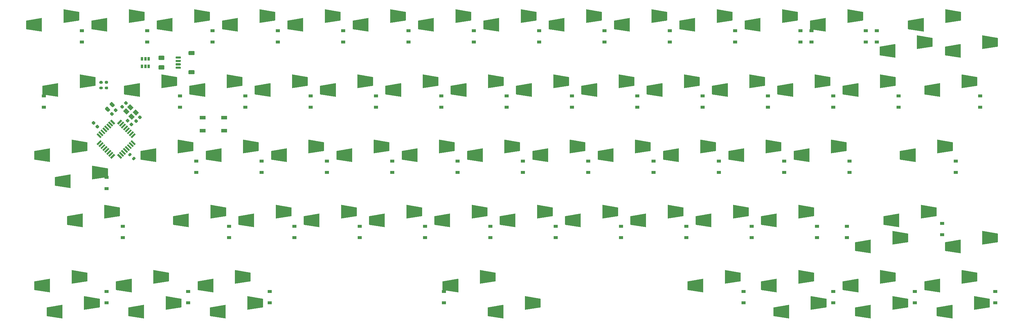
<source format=gbp>
G04 #@! TF.GenerationSoftware,KiCad,Pcbnew,(5.1.10)-1*
G04 #@! TF.CreationDate,2021-08-06T13:45:01+08:00*
G04 #@! TF.ProjectId,Bakeneko60-HS,42616b65-6e65-46b6-9f36-302d48532e6b,rev?*
G04 #@! TF.SameCoordinates,Original*
G04 #@! TF.FileFunction,Paste,Bot*
G04 #@! TF.FilePolarity,Positive*
%FSLAX46Y46*%
G04 Gerber Fmt 4.6, Leading zero omitted, Abs format (unit mm)*
G04 Created by KiCad (PCBNEW (5.1.10)-1) date 2021-08-06 13:45:01*
%MOMM*%
%LPD*%
G01*
G04 APERTURE LIST*
%ADD10R,1.200000X0.900000*%
%ADD11C,1.000000*%
%ADD12R,0.650000X1.060000*%
%ADD13R,1.700000X1.000000*%
G04 APERTURE END LIST*
G36*
G01*
X20608631Y-20783016D02*
X20255077Y-20429462D01*
G75*
G02*
X20255077Y-20111264I159099J159099D01*
G01*
X20573275Y-19793066D01*
G75*
G02*
X20891473Y-19793066I159099J-159099D01*
G01*
X21245027Y-20146620D01*
G75*
G02*
X21245027Y-20464818I-159099J-159099D01*
G01*
X20926829Y-20783016D01*
G75*
G02*
X20608631Y-20783016I-159099J159099D01*
G01*
G37*
G36*
G01*
X19512615Y-21879032D02*
X19159061Y-21525478D01*
G75*
G02*
X19159061Y-21207280I159099J159099D01*
G01*
X19477259Y-20889082D01*
G75*
G02*
X19795457Y-20889082I159099J-159099D01*
G01*
X20149011Y-21242636D01*
G75*
G02*
X20149011Y-21560834I-159099J-159099D01*
G01*
X19830813Y-21879032D01*
G75*
G02*
X19512615Y-21879032I-159099J159099D01*
G01*
G37*
G36*
G01*
X23859457Y-25080082D02*
X24213011Y-25433636D01*
G75*
G02*
X24213011Y-25751834I-159099J-159099D01*
G01*
X23894813Y-26070032D01*
G75*
G02*
X23576615Y-26070032I-159099J159099D01*
G01*
X23223061Y-25716478D01*
G75*
G02*
X23223061Y-25398280I159099J159099D01*
G01*
X23541259Y-25080082D01*
G75*
G02*
X23859457Y-25080082I159099J-159099D01*
G01*
G37*
G36*
G01*
X24955473Y-23984066D02*
X25309027Y-24337620D01*
G75*
G02*
X25309027Y-24655818I-159099J-159099D01*
G01*
X24990829Y-24974016D01*
G75*
G02*
X24672631Y-24974016I-159099J159099D01*
G01*
X24319077Y-24620462D01*
G75*
G02*
X24319077Y-24302264I159099J159099D01*
G01*
X24637275Y-23984066D01*
G75*
G02*
X24955473Y-23984066I159099J-159099D01*
G01*
G37*
G36*
G01*
X21733732Y-25601297D02*
X21380178Y-25954851D01*
G75*
G02*
X21061980Y-25954851I-159099J159099D01*
G01*
X20743782Y-25636653D01*
G75*
G02*
X20743782Y-25318455I159099J159099D01*
G01*
X21097336Y-24964901D01*
G75*
G02*
X21415534Y-24964901I159099J-159099D01*
G01*
X21733732Y-25283099D01*
G75*
G02*
X21733732Y-25601297I-159099J-159099D01*
G01*
G37*
G36*
G01*
X22829748Y-26697313D02*
X22476194Y-27050867D01*
G75*
G02*
X22157996Y-27050867I-159099J159099D01*
G01*
X21839798Y-26732669D01*
G75*
G02*
X21839798Y-26414471I159099J159099D01*
G01*
X22193352Y-26060917D01*
G75*
G02*
X22511550Y-26060917I159099J-159099D01*
G01*
X22829748Y-26379115D01*
G75*
G02*
X22829748Y-26697313I-159099J-159099D01*
G01*
G37*
G36*
G01*
X17615087Y-22902217D02*
X17261533Y-22548663D01*
G75*
G02*
X17261533Y-22230465I159099J159099D01*
G01*
X17579731Y-21912267D01*
G75*
G02*
X17897929Y-21912267I159099J-159099D01*
G01*
X18251483Y-22265821D01*
G75*
G02*
X18251483Y-22584019I-159099J-159099D01*
G01*
X17933285Y-22902217D01*
G75*
G02*
X17615087Y-22902217I-159099J159099D01*
G01*
G37*
G36*
G01*
X16519071Y-23998233D02*
X16165517Y-23644679D01*
G75*
G02*
X16165517Y-23326481I159099J159099D01*
G01*
X16483715Y-23008283D01*
G75*
G02*
X16801913Y-23008283I159099J-159099D01*
G01*
X17155467Y-23361837D01*
G75*
G02*
X17155467Y-23680035I-159099J-159099D01*
G01*
X16837269Y-23998233D01*
G75*
G02*
X16519071Y-23998233I-159099J159099D01*
G01*
G37*
G36*
G01*
X16719573Y-21448928D02*
X16047822Y-20777177D01*
G75*
G02*
X16047822Y-20423623I176777J176777D01*
G01*
X16401375Y-20070070D01*
G75*
G02*
X16754929Y-20070070I176777J-176777D01*
G01*
X17426680Y-20741821D01*
G75*
G02*
X17426680Y-21095375I-176777J-176777D01*
G01*
X17073127Y-21448928D01*
G75*
G02*
X16719573Y-21448928I-176777J176777D01*
G01*
G37*
G36*
G01*
X15376071Y-22792430D02*
X14704320Y-22120679D01*
G75*
G02*
X14704320Y-21767125I176777J176777D01*
G01*
X15057873Y-21413572D01*
G75*
G02*
X15411427Y-21413572I176777J-176777D01*
G01*
X16083178Y-22085323D01*
G75*
G02*
X16083178Y-22438877I-176777J-176777D01*
G01*
X15729625Y-22792430D01*
G75*
G02*
X15376071Y-22792430I-176777J176777D01*
G01*
G37*
D10*
X7937500Y-2443750D03*
X7937500Y856250D03*
X26987500Y-2443750D03*
X26987500Y856250D03*
X46037500Y-2443750D03*
X46037500Y856250D03*
X65087500Y-2443750D03*
X65087500Y856250D03*
X84137500Y-2443750D03*
X84137500Y856250D03*
X103187500Y-2443750D03*
X103187500Y856250D03*
X122237500Y-2443750D03*
X122237500Y856250D03*
X141287500Y-2443750D03*
X141287500Y856250D03*
X160337500Y-2443750D03*
X160337500Y856250D03*
X179387500Y-2443750D03*
X179387500Y856250D03*
X198437500Y-2443750D03*
X198437500Y856250D03*
X217487500Y-2443750D03*
X217487500Y856250D03*
X220662500Y-2443750D03*
X220662500Y856250D03*
X236537500Y-2443750D03*
X236537500Y856250D03*
X-3175000Y-21493750D03*
X-3175000Y-18193750D03*
X36512500Y-21493750D03*
X36512500Y-18193750D03*
X55562500Y-21493750D03*
X55562500Y-18193750D03*
X74612500Y-21493750D03*
X74612500Y-18193750D03*
X93662500Y-21493750D03*
X93662500Y-18193750D03*
X112712500Y-21493750D03*
X112712500Y-18193750D03*
X131762500Y-21493750D03*
X131762500Y-18193750D03*
X150812500Y-21493750D03*
X150812500Y-18193750D03*
X169862500Y-21493750D03*
X169862500Y-18193750D03*
X188912500Y-21493750D03*
X188912500Y-18193750D03*
X227012500Y-21493750D03*
X227012500Y-18193750D03*
X246062500Y-21493750D03*
X246062500Y-18193750D03*
X269875000Y-21493750D03*
X269875000Y-18193750D03*
X15081250Y-45306250D03*
X15081250Y-42006250D03*
X41275000Y-40543750D03*
X41275000Y-37243750D03*
X60325000Y-40543750D03*
X60325000Y-37243750D03*
X79375000Y-40543750D03*
X79375000Y-37243750D03*
X98425000Y-40543750D03*
X98425000Y-37243750D03*
X117475000Y-40543750D03*
X117475000Y-37243750D03*
X136525000Y-40543750D03*
X136525000Y-37243750D03*
X155575000Y-40543750D03*
X155575000Y-37243750D03*
X174625000Y-40543750D03*
X174625000Y-37243750D03*
X193675000Y-40543750D03*
X193675000Y-37243750D03*
X212725000Y-40543750D03*
X212725000Y-37243750D03*
X231775000Y-40543750D03*
X231775000Y-37243750D03*
X262731250Y-40543750D03*
X262731250Y-37243750D03*
X19843750Y-59593750D03*
X19843750Y-56293750D03*
X50800000Y-59593750D03*
X50800000Y-56293750D03*
X69850000Y-59593750D03*
X69850000Y-56293750D03*
X88900000Y-59593750D03*
X88900000Y-56293750D03*
X107950000Y-59593750D03*
X107950000Y-56293750D03*
X127000000Y-59593750D03*
X127000000Y-56293750D03*
X146050000Y-59593750D03*
X146050000Y-56293750D03*
X165100000Y-59593750D03*
X165100000Y-56293750D03*
X184150000Y-59593750D03*
X184150000Y-56293750D03*
X203200000Y-59593750D03*
X203200000Y-56293750D03*
X222250000Y-59593750D03*
X222250000Y-56293750D03*
X230981250Y-59593750D03*
X230981250Y-56293750D03*
X258762500Y-58800000D03*
X258762500Y-55500000D03*
X15081250Y-78643750D03*
X15081250Y-75343750D03*
X38893750Y-78643750D03*
X38893750Y-75343750D03*
X62706250Y-78643750D03*
X62706250Y-75343750D03*
X113506250Y-78643750D03*
X113506250Y-75343750D03*
X200818750Y-78643750D03*
X200818750Y-75343750D03*
X227012500Y-78643750D03*
X227012500Y-75343750D03*
X250825000Y-78643750D03*
X250825000Y-75343750D03*
X274240625Y-78643750D03*
X274240625Y-75343750D03*
G36*
G01*
X31740000Y-7725000D02*
X30490000Y-7725000D01*
G75*
G02*
X30240000Y-7475000I0J250000D01*
G01*
X30240000Y-6725000D01*
G75*
G02*
X30490000Y-6475000I250000J0D01*
G01*
X31740000Y-6475000D01*
G75*
G02*
X31990000Y-6725000I0J-250000D01*
G01*
X31990000Y-7475000D01*
G75*
G02*
X31740000Y-7725000I-250000J0D01*
G01*
G37*
G36*
G01*
X31740000Y-10525000D02*
X30490000Y-10525000D01*
G75*
G02*
X30240000Y-10275000I0J250000D01*
G01*
X30240000Y-9525000D01*
G75*
G02*
X30490000Y-9275000I250000J0D01*
G01*
X31740000Y-9275000D01*
G75*
G02*
X31990000Y-9525000I0J-250000D01*
G01*
X31990000Y-10275000D01*
G75*
G02*
X31740000Y-10525000I-250000J0D01*
G01*
G37*
G36*
G01*
X39224998Y-10700000D02*
X40525000Y-10700000D01*
G75*
G02*
X40774999Y-10949999I0J-249999D01*
G01*
X40774999Y-11650001D01*
G75*
G02*
X40525000Y-11900000I-249999J0D01*
G01*
X39224998Y-11900000D01*
G75*
G02*
X38974999Y-11650001I0J249999D01*
G01*
X38974999Y-10949999D01*
G75*
G02*
X39224998Y-10700000I249999J0D01*
G01*
G37*
G36*
G01*
X39224998Y-5100000D02*
X40525000Y-5100000D01*
G75*
G02*
X40774999Y-5349999I0J-249999D01*
G01*
X40774999Y-6050001D01*
G75*
G02*
X40525000Y-6300000I-249999J0D01*
G01*
X39224998Y-6300000D01*
G75*
G02*
X38974999Y-6050001I0J249999D01*
G01*
X38974999Y-5349999D01*
G75*
G02*
X39224998Y-5100000I249999J0D01*
G01*
G37*
G36*
G01*
X35374999Y-9700000D02*
X36624999Y-9700000D01*
G75*
G02*
X36774999Y-9850000I0J-150000D01*
G01*
X36774999Y-10150000D01*
G75*
G02*
X36624999Y-10300000I-150000J0D01*
G01*
X35374999Y-10300000D01*
G75*
G02*
X35224999Y-10150000I0J150000D01*
G01*
X35224999Y-9850000D01*
G75*
G02*
X35374999Y-9700000I150000J0D01*
G01*
G37*
G36*
G01*
X35374999Y-8700000D02*
X36624999Y-8700000D01*
G75*
G02*
X36774999Y-8850000I0J-150000D01*
G01*
X36774999Y-9150000D01*
G75*
G02*
X36624999Y-9300000I-150000J0D01*
G01*
X35374999Y-9300000D01*
G75*
G02*
X35224999Y-9150000I0J150000D01*
G01*
X35224999Y-8850000D01*
G75*
G02*
X35374999Y-8700000I150000J0D01*
G01*
G37*
G36*
G01*
X35374999Y-7700000D02*
X36624999Y-7700000D01*
G75*
G02*
X36774999Y-7850000I0J-150000D01*
G01*
X36774999Y-8150000D01*
G75*
G02*
X36624999Y-8300000I-150000J0D01*
G01*
X35374999Y-8300000D01*
G75*
G02*
X35224999Y-8150000I0J150000D01*
G01*
X35224999Y-7850000D01*
G75*
G02*
X35374999Y-7700000I150000J0D01*
G01*
G37*
G36*
G01*
X35374999Y-6700000D02*
X36624999Y-6700000D01*
G75*
G02*
X36774999Y-6850000I0J-150000D01*
G01*
X36774999Y-7150000D01*
G75*
G02*
X36624999Y-7300000I-150000J0D01*
G01*
X35374999Y-7300000D01*
G75*
G02*
X35224999Y-7150000I0J150000D01*
G01*
X35224999Y-6850000D01*
G75*
G02*
X35374999Y-6700000I150000J0D01*
G01*
G37*
D11*
G36*
X2597656Y7059779D02*
G01*
X7068056Y6348579D01*
X7077538Y6346098D01*
X7086354Y6341814D01*
X7094165Y6335893D01*
X7099394Y6330000D01*
X7116000Y6330000D01*
X7116000Y3830000D01*
X7099294Y3830000D01*
X7095555Y3825445D01*
X7087979Y3819227D01*
X7079334Y3814606D01*
X7068056Y3811421D01*
X2597656Y3100221D01*
X2587871Y3099637D01*
X2578161Y3100973D01*
X2568898Y3104178D01*
X2560439Y3109129D01*
X2553107Y3115635D01*
X2547186Y3123446D01*
X2542902Y3132262D01*
X2540421Y3141744D01*
X2539800Y3149600D01*
X2539800Y7010400D01*
X2540761Y7020155D01*
X2543606Y7029534D01*
X2548227Y7038179D01*
X2554445Y7045755D01*
X2562021Y7051973D01*
X2570666Y7056594D01*
X2580045Y7059439D01*
X2589800Y7060400D01*
X2597656Y7059779D01*
G37*
G36*
X-3798361Y4519027D02*
G01*
X-3789098Y4515822D01*
X-3780639Y4510871D01*
X-3773307Y4504365D01*
X-3767386Y4496554D01*
X-3763102Y4487738D01*
X-3760621Y4478256D01*
X-3760000Y4470400D01*
X-3760000Y609600D01*
X-3760961Y599845D01*
X-3763806Y590466D01*
X-3768427Y581821D01*
X-3774645Y574245D01*
X-3782221Y568027D01*
X-3790866Y563406D01*
X-3800245Y560561D01*
X-3810000Y559600D01*
X-3817856Y560221D01*
X-8288256Y1271421D01*
X-8297738Y1273902D01*
X-8306554Y1278186D01*
X-8314365Y1284107D01*
X-8319594Y1290000D01*
X-8360000Y1290000D01*
X-8360000Y3790000D01*
X-8319494Y3790000D01*
X-8315755Y3794555D01*
X-8308179Y3800773D01*
X-8299534Y3805394D01*
X-8288256Y3808579D01*
X-3817856Y4519779D01*
X-3808071Y4520363D01*
X-3798361Y4519027D01*
G37*
G36*
X21647656Y7059779D02*
G01*
X26118056Y6348579D01*
X26127538Y6346098D01*
X26136354Y6341814D01*
X26144165Y6335893D01*
X26149394Y6330000D01*
X26166000Y6330000D01*
X26166000Y3830000D01*
X26149294Y3830000D01*
X26145555Y3825445D01*
X26137979Y3819227D01*
X26129334Y3814606D01*
X26118056Y3811421D01*
X21647656Y3100221D01*
X21637871Y3099637D01*
X21628161Y3100973D01*
X21618898Y3104178D01*
X21610439Y3109129D01*
X21603107Y3115635D01*
X21597186Y3123446D01*
X21592902Y3132262D01*
X21590421Y3141744D01*
X21589800Y3149600D01*
X21589800Y7010400D01*
X21590761Y7020155D01*
X21593606Y7029534D01*
X21598227Y7038179D01*
X21604445Y7045755D01*
X21612021Y7051973D01*
X21620666Y7056594D01*
X21630045Y7059439D01*
X21639800Y7060400D01*
X21647656Y7059779D01*
G37*
G36*
X15251639Y4519027D02*
G01*
X15260902Y4515822D01*
X15269361Y4510871D01*
X15276693Y4504365D01*
X15282614Y4496554D01*
X15286898Y4487738D01*
X15289379Y4478256D01*
X15290000Y4470400D01*
X15290000Y609600D01*
X15289039Y599845D01*
X15286194Y590466D01*
X15281573Y581821D01*
X15275355Y574245D01*
X15267779Y568027D01*
X15259134Y563406D01*
X15249755Y560561D01*
X15240000Y559600D01*
X15232144Y560221D01*
X10761744Y1271421D01*
X10752262Y1273902D01*
X10743446Y1278186D01*
X10735635Y1284107D01*
X10730406Y1290000D01*
X10690000Y1290000D01*
X10690000Y3790000D01*
X10730506Y3790000D01*
X10734245Y3794555D01*
X10741821Y3800773D01*
X10750466Y3805394D01*
X10761744Y3808579D01*
X15232144Y4519779D01*
X15241929Y4520363D01*
X15251639Y4519027D01*
G37*
G36*
X40697656Y7059779D02*
G01*
X45168056Y6348579D01*
X45177538Y6346098D01*
X45186354Y6341814D01*
X45194165Y6335893D01*
X45199394Y6330000D01*
X45216000Y6330000D01*
X45216000Y3830000D01*
X45199294Y3830000D01*
X45195555Y3825445D01*
X45187979Y3819227D01*
X45179334Y3814606D01*
X45168056Y3811421D01*
X40697656Y3100221D01*
X40687871Y3099637D01*
X40678161Y3100973D01*
X40668898Y3104178D01*
X40660439Y3109129D01*
X40653107Y3115635D01*
X40647186Y3123446D01*
X40642902Y3132262D01*
X40640421Y3141744D01*
X40639800Y3149600D01*
X40639800Y7010400D01*
X40640761Y7020155D01*
X40643606Y7029534D01*
X40648227Y7038179D01*
X40654445Y7045755D01*
X40662021Y7051973D01*
X40670666Y7056594D01*
X40680045Y7059439D01*
X40689800Y7060400D01*
X40697656Y7059779D01*
G37*
G36*
X34301639Y4519027D02*
G01*
X34310902Y4515822D01*
X34319361Y4510871D01*
X34326693Y4504365D01*
X34332614Y4496554D01*
X34336898Y4487738D01*
X34339379Y4478256D01*
X34340000Y4470400D01*
X34340000Y609600D01*
X34339039Y599845D01*
X34336194Y590466D01*
X34331573Y581821D01*
X34325355Y574245D01*
X34317779Y568027D01*
X34309134Y563406D01*
X34299755Y560561D01*
X34290000Y559600D01*
X34282144Y560221D01*
X29811744Y1271421D01*
X29802262Y1273902D01*
X29793446Y1278186D01*
X29785635Y1284107D01*
X29780406Y1290000D01*
X29740000Y1290000D01*
X29740000Y3790000D01*
X29780506Y3790000D01*
X29784245Y3794555D01*
X29791821Y3800773D01*
X29800466Y3805394D01*
X29811744Y3808579D01*
X34282144Y4519779D01*
X34291929Y4520363D01*
X34301639Y4519027D01*
G37*
G36*
X78797656Y7059779D02*
G01*
X83268056Y6348579D01*
X83277538Y6346098D01*
X83286354Y6341814D01*
X83294165Y6335893D01*
X83299394Y6330000D01*
X83316000Y6330000D01*
X83316000Y3830000D01*
X83299294Y3830000D01*
X83295555Y3825445D01*
X83287979Y3819227D01*
X83279334Y3814606D01*
X83268056Y3811421D01*
X78797656Y3100221D01*
X78787871Y3099637D01*
X78778161Y3100973D01*
X78768898Y3104178D01*
X78760439Y3109129D01*
X78753107Y3115635D01*
X78747186Y3123446D01*
X78742902Y3132262D01*
X78740421Y3141744D01*
X78739800Y3149600D01*
X78739800Y7010400D01*
X78740761Y7020155D01*
X78743606Y7029534D01*
X78748227Y7038179D01*
X78754445Y7045755D01*
X78762021Y7051973D01*
X78770666Y7056594D01*
X78780045Y7059439D01*
X78789800Y7060400D01*
X78797656Y7059779D01*
G37*
G36*
X72401639Y4519027D02*
G01*
X72410902Y4515822D01*
X72419361Y4510871D01*
X72426693Y4504365D01*
X72432614Y4496554D01*
X72436898Y4487738D01*
X72439379Y4478256D01*
X72440000Y4470400D01*
X72440000Y609600D01*
X72439039Y599845D01*
X72436194Y590466D01*
X72431573Y581821D01*
X72425355Y574245D01*
X72417779Y568027D01*
X72409134Y563406D01*
X72399755Y560561D01*
X72390000Y559600D01*
X72382144Y560221D01*
X67911744Y1271421D01*
X67902262Y1273902D01*
X67893446Y1278186D01*
X67885635Y1284107D01*
X67880406Y1290000D01*
X67840000Y1290000D01*
X67840000Y3790000D01*
X67880506Y3790000D01*
X67884245Y3794555D01*
X67891821Y3800773D01*
X67900466Y3805394D01*
X67911744Y3808579D01*
X72382144Y4519779D01*
X72391929Y4520363D01*
X72401639Y4519027D01*
G37*
G36*
X97847656Y7059779D02*
G01*
X102318056Y6348579D01*
X102327538Y6346098D01*
X102336354Y6341814D01*
X102344165Y6335893D01*
X102349394Y6330000D01*
X102366000Y6330000D01*
X102366000Y3830000D01*
X102349294Y3830000D01*
X102345555Y3825445D01*
X102337979Y3819227D01*
X102329334Y3814606D01*
X102318056Y3811421D01*
X97847656Y3100221D01*
X97837871Y3099637D01*
X97828161Y3100973D01*
X97818898Y3104178D01*
X97810439Y3109129D01*
X97803107Y3115635D01*
X97797186Y3123446D01*
X97792902Y3132262D01*
X97790421Y3141744D01*
X97789800Y3149600D01*
X97789800Y7010400D01*
X97790761Y7020155D01*
X97793606Y7029534D01*
X97798227Y7038179D01*
X97804445Y7045755D01*
X97812021Y7051973D01*
X97820666Y7056594D01*
X97830045Y7059439D01*
X97839800Y7060400D01*
X97847656Y7059779D01*
G37*
G36*
X91451639Y4519027D02*
G01*
X91460902Y4515822D01*
X91469361Y4510871D01*
X91476693Y4504365D01*
X91482614Y4496554D01*
X91486898Y4487738D01*
X91489379Y4478256D01*
X91490000Y4470400D01*
X91490000Y609600D01*
X91489039Y599845D01*
X91486194Y590466D01*
X91481573Y581821D01*
X91475355Y574245D01*
X91467779Y568027D01*
X91459134Y563406D01*
X91449755Y560561D01*
X91440000Y559600D01*
X91432144Y560221D01*
X86961744Y1271421D01*
X86952262Y1273902D01*
X86943446Y1278186D01*
X86935635Y1284107D01*
X86930406Y1290000D01*
X86890000Y1290000D01*
X86890000Y3790000D01*
X86930506Y3790000D01*
X86934245Y3794555D01*
X86941821Y3800773D01*
X86950466Y3805394D01*
X86961744Y3808579D01*
X91432144Y4519779D01*
X91441929Y4520363D01*
X91451639Y4519027D01*
G37*
G36*
X116897656Y7059779D02*
G01*
X121368056Y6348579D01*
X121377538Y6346098D01*
X121386354Y6341814D01*
X121394165Y6335893D01*
X121399394Y6330000D01*
X121416000Y6330000D01*
X121416000Y3830000D01*
X121399294Y3830000D01*
X121395555Y3825445D01*
X121387979Y3819227D01*
X121379334Y3814606D01*
X121368056Y3811421D01*
X116897656Y3100221D01*
X116887871Y3099637D01*
X116878161Y3100973D01*
X116868898Y3104178D01*
X116860439Y3109129D01*
X116853107Y3115635D01*
X116847186Y3123446D01*
X116842902Y3132262D01*
X116840421Y3141744D01*
X116839800Y3149600D01*
X116839800Y7010400D01*
X116840761Y7020155D01*
X116843606Y7029534D01*
X116848227Y7038179D01*
X116854445Y7045755D01*
X116862021Y7051973D01*
X116870666Y7056594D01*
X116880045Y7059439D01*
X116889800Y7060400D01*
X116897656Y7059779D01*
G37*
G36*
X110501639Y4519027D02*
G01*
X110510902Y4515822D01*
X110519361Y4510871D01*
X110526693Y4504365D01*
X110532614Y4496554D01*
X110536898Y4487738D01*
X110539379Y4478256D01*
X110540000Y4470400D01*
X110540000Y609600D01*
X110539039Y599845D01*
X110536194Y590466D01*
X110531573Y581821D01*
X110525355Y574245D01*
X110517779Y568027D01*
X110509134Y563406D01*
X110499755Y560561D01*
X110490000Y559600D01*
X110482144Y560221D01*
X106011744Y1271421D01*
X106002262Y1273902D01*
X105993446Y1278186D01*
X105985635Y1284107D01*
X105980406Y1290000D01*
X105940000Y1290000D01*
X105940000Y3790000D01*
X105980506Y3790000D01*
X105984245Y3794555D01*
X105991821Y3800773D01*
X106000466Y3805394D01*
X106011744Y3808579D01*
X110482144Y4519779D01*
X110491929Y4520363D01*
X110501639Y4519027D01*
G37*
G36*
X135947656Y7059779D02*
G01*
X140418056Y6348579D01*
X140427538Y6346098D01*
X140436354Y6341814D01*
X140444165Y6335893D01*
X140449394Y6330000D01*
X140466000Y6330000D01*
X140466000Y3830000D01*
X140449294Y3830000D01*
X140445555Y3825445D01*
X140437979Y3819227D01*
X140429334Y3814606D01*
X140418056Y3811421D01*
X135947656Y3100221D01*
X135937871Y3099637D01*
X135928161Y3100973D01*
X135918898Y3104178D01*
X135910439Y3109129D01*
X135903107Y3115635D01*
X135897186Y3123446D01*
X135892902Y3132262D01*
X135890421Y3141744D01*
X135889800Y3149600D01*
X135889800Y7010400D01*
X135890761Y7020155D01*
X135893606Y7029534D01*
X135898227Y7038179D01*
X135904445Y7045755D01*
X135912021Y7051973D01*
X135920666Y7056594D01*
X135930045Y7059439D01*
X135939800Y7060400D01*
X135947656Y7059779D01*
G37*
G36*
X129551639Y4519027D02*
G01*
X129560902Y4515822D01*
X129569361Y4510871D01*
X129576693Y4504365D01*
X129582614Y4496554D01*
X129586898Y4487738D01*
X129589379Y4478256D01*
X129590000Y4470400D01*
X129590000Y609600D01*
X129589039Y599845D01*
X129586194Y590466D01*
X129581573Y581821D01*
X129575355Y574245D01*
X129567779Y568027D01*
X129559134Y563406D01*
X129549755Y560561D01*
X129540000Y559600D01*
X129532144Y560221D01*
X125061744Y1271421D01*
X125052262Y1273902D01*
X125043446Y1278186D01*
X125035635Y1284107D01*
X125030406Y1290000D01*
X124990000Y1290000D01*
X124990000Y3790000D01*
X125030506Y3790000D01*
X125034245Y3794555D01*
X125041821Y3800773D01*
X125050466Y3805394D01*
X125061744Y3808579D01*
X129532144Y4519779D01*
X129541929Y4520363D01*
X129551639Y4519027D01*
G37*
G36*
X154997656Y7059779D02*
G01*
X159468056Y6348579D01*
X159477538Y6346098D01*
X159486354Y6341814D01*
X159494165Y6335893D01*
X159499394Y6330000D01*
X159516000Y6330000D01*
X159516000Y3830000D01*
X159499294Y3830000D01*
X159495555Y3825445D01*
X159487979Y3819227D01*
X159479334Y3814606D01*
X159468056Y3811421D01*
X154997656Y3100221D01*
X154987871Y3099637D01*
X154978161Y3100973D01*
X154968898Y3104178D01*
X154960439Y3109129D01*
X154953107Y3115635D01*
X154947186Y3123446D01*
X154942902Y3132262D01*
X154940421Y3141744D01*
X154939800Y3149600D01*
X154939800Y7010400D01*
X154940761Y7020155D01*
X154943606Y7029534D01*
X154948227Y7038179D01*
X154954445Y7045755D01*
X154962021Y7051973D01*
X154970666Y7056594D01*
X154980045Y7059439D01*
X154989800Y7060400D01*
X154997656Y7059779D01*
G37*
G36*
X148601639Y4519027D02*
G01*
X148610902Y4515822D01*
X148619361Y4510871D01*
X148626693Y4504365D01*
X148632614Y4496554D01*
X148636898Y4487738D01*
X148639379Y4478256D01*
X148640000Y4470400D01*
X148640000Y609600D01*
X148639039Y599845D01*
X148636194Y590466D01*
X148631573Y581821D01*
X148625355Y574245D01*
X148617779Y568027D01*
X148609134Y563406D01*
X148599755Y560561D01*
X148590000Y559600D01*
X148582144Y560221D01*
X144111744Y1271421D01*
X144102262Y1273902D01*
X144093446Y1278186D01*
X144085635Y1284107D01*
X144080406Y1290000D01*
X144040000Y1290000D01*
X144040000Y3790000D01*
X144080506Y3790000D01*
X144084245Y3794555D01*
X144091821Y3800773D01*
X144100466Y3805394D01*
X144111744Y3808579D01*
X148582144Y4519779D01*
X148591929Y4520363D01*
X148601639Y4519027D01*
G37*
G36*
X174047656Y7059779D02*
G01*
X178518056Y6348579D01*
X178527538Y6346098D01*
X178536354Y6341814D01*
X178544165Y6335893D01*
X178549394Y6330000D01*
X178566000Y6330000D01*
X178566000Y3830000D01*
X178549294Y3830000D01*
X178545555Y3825445D01*
X178537979Y3819227D01*
X178529334Y3814606D01*
X178518056Y3811421D01*
X174047656Y3100221D01*
X174037871Y3099637D01*
X174028161Y3100973D01*
X174018898Y3104178D01*
X174010439Y3109129D01*
X174003107Y3115635D01*
X173997186Y3123446D01*
X173992902Y3132262D01*
X173990421Y3141744D01*
X173989800Y3149600D01*
X173989800Y7010400D01*
X173990761Y7020155D01*
X173993606Y7029534D01*
X173998227Y7038179D01*
X174004445Y7045755D01*
X174012021Y7051973D01*
X174020666Y7056594D01*
X174030045Y7059439D01*
X174039800Y7060400D01*
X174047656Y7059779D01*
G37*
G36*
X167651639Y4519027D02*
G01*
X167660902Y4515822D01*
X167669361Y4510871D01*
X167676693Y4504365D01*
X167682614Y4496554D01*
X167686898Y4487738D01*
X167689379Y4478256D01*
X167690000Y4470400D01*
X167690000Y609600D01*
X167689039Y599845D01*
X167686194Y590466D01*
X167681573Y581821D01*
X167675355Y574245D01*
X167667779Y568027D01*
X167659134Y563406D01*
X167649755Y560561D01*
X167640000Y559600D01*
X167632144Y560221D01*
X163161744Y1271421D01*
X163152262Y1273902D01*
X163143446Y1278186D01*
X163135635Y1284107D01*
X163130406Y1290000D01*
X163090000Y1290000D01*
X163090000Y3790000D01*
X163130506Y3790000D01*
X163134245Y3794555D01*
X163141821Y3800773D01*
X163150466Y3805394D01*
X163161744Y3808579D01*
X167632144Y4519779D01*
X167641929Y4520363D01*
X167651639Y4519027D01*
G37*
G36*
X193097656Y7059779D02*
G01*
X197568056Y6348579D01*
X197577538Y6346098D01*
X197586354Y6341814D01*
X197594165Y6335893D01*
X197599394Y6330000D01*
X197616000Y6330000D01*
X197616000Y3830000D01*
X197599294Y3830000D01*
X197595555Y3825445D01*
X197587979Y3819227D01*
X197579334Y3814606D01*
X197568056Y3811421D01*
X193097656Y3100221D01*
X193087871Y3099637D01*
X193078161Y3100973D01*
X193068898Y3104178D01*
X193060439Y3109129D01*
X193053107Y3115635D01*
X193047186Y3123446D01*
X193042902Y3132262D01*
X193040421Y3141744D01*
X193039800Y3149600D01*
X193039800Y7010400D01*
X193040761Y7020155D01*
X193043606Y7029534D01*
X193048227Y7038179D01*
X193054445Y7045755D01*
X193062021Y7051973D01*
X193070666Y7056594D01*
X193080045Y7059439D01*
X193089800Y7060400D01*
X193097656Y7059779D01*
G37*
G36*
X186701639Y4519027D02*
G01*
X186710902Y4515822D01*
X186719361Y4510871D01*
X186726693Y4504365D01*
X186732614Y4496554D01*
X186736898Y4487738D01*
X186739379Y4478256D01*
X186740000Y4470400D01*
X186740000Y609600D01*
X186739039Y599845D01*
X186736194Y590466D01*
X186731573Y581821D01*
X186725355Y574245D01*
X186717779Y568027D01*
X186709134Y563406D01*
X186699755Y560561D01*
X186690000Y559600D01*
X186682144Y560221D01*
X182211744Y1271421D01*
X182202262Y1273902D01*
X182193446Y1278186D01*
X182185635Y1284107D01*
X182180406Y1290000D01*
X182140000Y1290000D01*
X182140000Y3790000D01*
X182180506Y3790000D01*
X182184245Y3794555D01*
X182191821Y3800773D01*
X182200466Y3805394D01*
X182211744Y3808579D01*
X186682144Y4519779D01*
X186691929Y4520363D01*
X186701639Y4519027D01*
G37*
G36*
X212147656Y7059779D02*
G01*
X216618056Y6348579D01*
X216627538Y6346098D01*
X216636354Y6341814D01*
X216644165Y6335893D01*
X216649394Y6330000D01*
X216666000Y6330000D01*
X216666000Y3830000D01*
X216649294Y3830000D01*
X216645555Y3825445D01*
X216637979Y3819227D01*
X216629334Y3814606D01*
X216618056Y3811421D01*
X212147656Y3100221D01*
X212137871Y3099637D01*
X212128161Y3100973D01*
X212118898Y3104178D01*
X212110439Y3109129D01*
X212103107Y3115635D01*
X212097186Y3123446D01*
X212092902Y3132262D01*
X212090421Y3141744D01*
X212089800Y3149600D01*
X212089800Y7010400D01*
X212090761Y7020155D01*
X212093606Y7029534D01*
X212098227Y7038179D01*
X212104445Y7045755D01*
X212112021Y7051973D01*
X212120666Y7056594D01*
X212130045Y7059439D01*
X212139800Y7060400D01*
X212147656Y7059779D01*
G37*
G36*
X205751639Y4519027D02*
G01*
X205760902Y4515822D01*
X205769361Y4510871D01*
X205776693Y4504365D01*
X205782614Y4496554D01*
X205786898Y4487738D01*
X205789379Y4478256D01*
X205790000Y4470400D01*
X205790000Y609600D01*
X205789039Y599845D01*
X205786194Y590466D01*
X205781573Y581821D01*
X205775355Y574245D01*
X205767779Y568027D01*
X205759134Y563406D01*
X205749755Y560561D01*
X205740000Y559600D01*
X205732144Y560221D01*
X201261744Y1271421D01*
X201252262Y1273902D01*
X201243446Y1278186D01*
X201235635Y1284107D01*
X201230406Y1290000D01*
X201190000Y1290000D01*
X201190000Y3790000D01*
X201230506Y3790000D01*
X201234245Y3794555D01*
X201241821Y3800773D01*
X201250466Y3805394D01*
X201261744Y3808579D01*
X205732144Y4519779D01*
X205741929Y4520363D01*
X205751639Y4519027D01*
G37*
G36*
X231197656Y7059779D02*
G01*
X235668056Y6348579D01*
X235677538Y6346098D01*
X235686354Y6341814D01*
X235694165Y6335893D01*
X235699394Y6330000D01*
X235716000Y6330000D01*
X235716000Y3830000D01*
X235699294Y3830000D01*
X235695555Y3825445D01*
X235687979Y3819227D01*
X235679334Y3814606D01*
X235668056Y3811421D01*
X231197656Y3100221D01*
X231187871Y3099637D01*
X231178161Y3100973D01*
X231168898Y3104178D01*
X231160439Y3109129D01*
X231153107Y3115635D01*
X231147186Y3123446D01*
X231142902Y3132262D01*
X231140421Y3141744D01*
X231139800Y3149600D01*
X231139800Y7010400D01*
X231140761Y7020155D01*
X231143606Y7029534D01*
X231148227Y7038179D01*
X231154445Y7045755D01*
X231162021Y7051973D01*
X231170666Y7056594D01*
X231180045Y7059439D01*
X231189800Y7060400D01*
X231197656Y7059779D01*
G37*
G36*
X224801639Y4519027D02*
G01*
X224810902Y4515822D01*
X224819361Y4510871D01*
X224826693Y4504365D01*
X224832614Y4496554D01*
X224836898Y4487738D01*
X224839379Y4478256D01*
X224840000Y4470400D01*
X224840000Y609600D01*
X224839039Y599845D01*
X224836194Y590466D01*
X224831573Y581821D01*
X224825355Y574245D01*
X224817779Y568027D01*
X224809134Y563406D01*
X224799755Y560561D01*
X224790000Y559600D01*
X224782144Y560221D01*
X220311744Y1271421D01*
X220302262Y1273902D01*
X220293446Y1278186D01*
X220285635Y1284107D01*
X220280406Y1290000D01*
X220240000Y1290000D01*
X220240000Y3790000D01*
X220280506Y3790000D01*
X220284245Y3794555D01*
X220291821Y3800773D01*
X220300466Y3805394D01*
X220311744Y3808579D01*
X224782144Y4519779D01*
X224791929Y4520363D01*
X224801639Y4519027D01*
G37*
G36*
X259772656Y7059779D02*
G01*
X264243056Y6348579D01*
X264252538Y6346098D01*
X264261354Y6341814D01*
X264269165Y6335893D01*
X264274394Y6330000D01*
X264291000Y6330000D01*
X264291000Y3830000D01*
X264274294Y3830000D01*
X264270555Y3825445D01*
X264262979Y3819227D01*
X264254334Y3814606D01*
X264243056Y3811421D01*
X259772656Y3100221D01*
X259762871Y3099637D01*
X259753161Y3100973D01*
X259743898Y3104178D01*
X259735439Y3109129D01*
X259728107Y3115635D01*
X259722186Y3123446D01*
X259717902Y3132262D01*
X259715421Y3141744D01*
X259714800Y3149600D01*
X259714800Y7010400D01*
X259715761Y7020155D01*
X259718606Y7029534D01*
X259723227Y7038179D01*
X259729445Y7045755D01*
X259737021Y7051973D01*
X259745666Y7056594D01*
X259755045Y7059439D01*
X259764800Y7060400D01*
X259772656Y7059779D01*
G37*
G36*
X253376639Y4519027D02*
G01*
X253385902Y4515822D01*
X253394361Y4510871D01*
X253401693Y4504365D01*
X253407614Y4496554D01*
X253411898Y4487738D01*
X253414379Y4478256D01*
X253415000Y4470400D01*
X253415000Y609600D01*
X253414039Y599845D01*
X253411194Y590466D01*
X253406573Y581821D01*
X253400355Y574245D01*
X253392779Y568027D01*
X253384134Y563406D01*
X253374755Y560561D01*
X253365000Y559600D01*
X253357144Y560221D01*
X248886744Y1271421D01*
X248877262Y1273902D01*
X248868446Y1278186D01*
X248860635Y1284107D01*
X248855406Y1290000D01*
X248815000Y1290000D01*
X248815000Y3790000D01*
X248855506Y3790000D01*
X248859245Y3794555D01*
X248866821Y3800773D01*
X248875466Y3805394D01*
X248886744Y3808579D01*
X253357144Y4519779D01*
X253366929Y4520363D01*
X253376639Y4519027D01*
G37*
G36*
X964139Y-14530973D02*
G01*
X973402Y-14534178D01*
X981861Y-14539129D01*
X989193Y-14545635D01*
X995114Y-14553446D01*
X999398Y-14562262D01*
X1001879Y-14571744D01*
X1002500Y-14579600D01*
X1002500Y-18440400D01*
X1001539Y-18450155D01*
X998694Y-18459534D01*
X994073Y-18468179D01*
X987855Y-18475755D01*
X980279Y-18481973D01*
X971634Y-18486594D01*
X962255Y-18489439D01*
X952500Y-18490400D01*
X944644Y-18489779D01*
X-3525756Y-17778579D01*
X-3535238Y-17776098D01*
X-3544054Y-17771814D01*
X-3551865Y-17765893D01*
X-3557094Y-17760000D01*
X-3597500Y-17760000D01*
X-3597500Y-15260000D01*
X-3556994Y-15260000D01*
X-3553255Y-15255445D01*
X-3545679Y-15249227D01*
X-3537034Y-15244606D01*
X-3525756Y-15241421D01*
X944644Y-14530221D01*
X954429Y-14529637D01*
X964139Y-14530973D01*
G37*
G36*
X7360156Y-11990221D02*
G01*
X11830556Y-12701421D01*
X11840038Y-12703902D01*
X11848854Y-12708186D01*
X11856665Y-12714107D01*
X11861894Y-12720000D01*
X11878500Y-12720000D01*
X11878500Y-15220000D01*
X11861794Y-15220000D01*
X11858055Y-15224555D01*
X11850479Y-15230773D01*
X11841834Y-15235394D01*
X11830556Y-15238579D01*
X7360156Y-15949779D01*
X7350371Y-15950363D01*
X7340661Y-15949027D01*
X7331398Y-15945822D01*
X7322939Y-15940871D01*
X7315607Y-15934365D01*
X7309686Y-15926554D01*
X7305402Y-15917738D01*
X7302921Y-15908256D01*
X7302300Y-15900400D01*
X7302300Y-12039600D01*
X7303261Y-12029845D01*
X7306106Y-12020466D01*
X7310727Y-12011821D01*
X7316945Y-12004245D01*
X7324521Y-11998027D01*
X7333166Y-11993406D01*
X7342545Y-11990561D01*
X7352300Y-11989600D01*
X7360156Y-11990221D01*
G37*
G36*
X31172656Y-11990221D02*
G01*
X35643056Y-12701421D01*
X35652538Y-12703902D01*
X35661354Y-12708186D01*
X35669165Y-12714107D01*
X35674394Y-12720000D01*
X35691000Y-12720000D01*
X35691000Y-15220000D01*
X35674294Y-15220000D01*
X35670555Y-15224555D01*
X35662979Y-15230773D01*
X35654334Y-15235394D01*
X35643056Y-15238579D01*
X31172656Y-15949779D01*
X31162871Y-15950363D01*
X31153161Y-15949027D01*
X31143898Y-15945822D01*
X31135439Y-15940871D01*
X31128107Y-15934365D01*
X31122186Y-15926554D01*
X31117902Y-15917738D01*
X31115421Y-15908256D01*
X31114800Y-15900400D01*
X31114800Y-12039600D01*
X31115761Y-12029845D01*
X31118606Y-12020466D01*
X31123227Y-12011821D01*
X31129445Y-12004245D01*
X31137021Y-11998027D01*
X31145666Y-11993406D01*
X31155045Y-11990561D01*
X31164800Y-11989600D01*
X31172656Y-11990221D01*
G37*
G36*
X24776639Y-14530973D02*
G01*
X24785902Y-14534178D01*
X24794361Y-14539129D01*
X24801693Y-14545635D01*
X24807614Y-14553446D01*
X24811898Y-14562262D01*
X24814379Y-14571744D01*
X24815000Y-14579600D01*
X24815000Y-18440400D01*
X24814039Y-18450155D01*
X24811194Y-18459534D01*
X24806573Y-18468179D01*
X24800355Y-18475755D01*
X24792779Y-18481973D01*
X24784134Y-18486594D01*
X24774755Y-18489439D01*
X24765000Y-18490400D01*
X24757144Y-18489779D01*
X20286744Y-17778579D01*
X20277262Y-17776098D01*
X20268446Y-17771814D01*
X20260635Y-17765893D01*
X20255406Y-17760000D01*
X20215000Y-17760000D01*
X20215000Y-15260000D01*
X20255506Y-15260000D01*
X20259245Y-15255445D01*
X20266821Y-15249227D01*
X20275466Y-15244606D01*
X20286744Y-15241421D01*
X24757144Y-14530221D01*
X24766929Y-14529637D01*
X24776639Y-14530973D01*
G37*
G36*
X50222656Y-11990221D02*
G01*
X54693056Y-12701421D01*
X54702538Y-12703902D01*
X54711354Y-12708186D01*
X54719165Y-12714107D01*
X54724394Y-12720000D01*
X54741000Y-12720000D01*
X54741000Y-15220000D01*
X54724294Y-15220000D01*
X54720555Y-15224555D01*
X54712979Y-15230773D01*
X54704334Y-15235394D01*
X54693056Y-15238579D01*
X50222656Y-15949779D01*
X50212871Y-15950363D01*
X50203161Y-15949027D01*
X50193898Y-15945822D01*
X50185439Y-15940871D01*
X50178107Y-15934365D01*
X50172186Y-15926554D01*
X50167902Y-15917738D01*
X50165421Y-15908256D01*
X50164800Y-15900400D01*
X50164800Y-12039600D01*
X50165761Y-12029845D01*
X50168606Y-12020466D01*
X50173227Y-12011821D01*
X50179445Y-12004245D01*
X50187021Y-11998027D01*
X50195666Y-11993406D01*
X50205045Y-11990561D01*
X50214800Y-11989600D01*
X50222656Y-11990221D01*
G37*
G36*
X43826639Y-14530973D02*
G01*
X43835902Y-14534178D01*
X43844361Y-14539129D01*
X43851693Y-14545635D01*
X43857614Y-14553446D01*
X43861898Y-14562262D01*
X43864379Y-14571744D01*
X43865000Y-14579600D01*
X43865000Y-18440400D01*
X43864039Y-18450155D01*
X43861194Y-18459534D01*
X43856573Y-18468179D01*
X43850355Y-18475755D01*
X43842779Y-18481973D01*
X43834134Y-18486594D01*
X43824755Y-18489439D01*
X43815000Y-18490400D01*
X43807144Y-18489779D01*
X39336744Y-17778579D01*
X39327262Y-17776098D01*
X39318446Y-17771814D01*
X39310635Y-17765893D01*
X39305406Y-17760000D01*
X39265000Y-17760000D01*
X39265000Y-15260000D01*
X39305506Y-15260000D01*
X39309245Y-15255445D01*
X39316821Y-15249227D01*
X39325466Y-15244606D01*
X39336744Y-15241421D01*
X43807144Y-14530221D01*
X43816929Y-14529637D01*
X43826639Y-14530973D01*
G37*
G36*
X69272656Y-11990221D02*
G01*
X73743056Y-12701421D01*
X73752538Y-12703902D01*
X73761354Y-12708186D01*
X73769165Y-12714107D01*
X73774394Y-12720000D01*
X73791000Y-12720000D01*
X73791000Y-15220000D01*
X73774294Y-15220000D01*
X73770555Y-15224555D01*
X73762979Y-15230773D01*
X73754334Y-15235394D01*
X73743056Y-15238579D01*
X69272656Y-15949779D01*
X69262871Y-15950363D01*
X69253161Y-15949027D01*
X69243898Y-15945822D01*
X69235439Y-15940871D01*
X69228107Y-15934365D01*
X69222186Y-15926554D01*
X69217902Y-15917738D01*
X69215421Y-15908256D01*
X69214800Y-15900400D01*
X69214800Y-12039600D01*
X69215761Y-12029845D01*
X69218606Y-12020466D01*
X69223227Y-12011821D01*
X69229445Y-12004245D01*
X69237021Y-11998027D01*
X69245666Y-11993406D01*
X69255045Y-11990561D01*
X69264800Y-11989600D01*
X69272656Y-11990221D01*
G37*
G36*
X62876639Y-14530973D02*
G01*
X62885902Y-14534178D01*
X62894361Y-14539129D01*
X62901693Y-14545635D01*
X62907614Y-14553446D01*
X62911898Y-14562262D01*
X62914379Y-14571744D01*
X62915000Y-14579600D01*
X62915000Y-18440400D01*
X62914039Y-18450155D01*
X62911194Y-18459534D01*
X62906573Y-18468179D01*
X62900355Y-18475755D01*
X62892779Y-18481973D01*
X62884134Y-18486594D01*
X62874755Y-18489439D01*
X62865000Y-18490400D01*
X62857144Y-18489779D01*
X58386744Y-17778579D01*
X58377262Y-17776098D01*
X58368446Y-17771814D01*
X58360635Y-17765893D01*
X58355406Y-17760000D01*
X58315000Y-17760000D01*
X58315000Y-15260000D01*
X58355506Y-15260000D01*
X58359245Y-15255445D01*
X58366821Y-15249227D01*
X58375466Y-15244606D01*
X58386744Y-15241421D01*
X62857144Y-14530221D01*
X62866929Y-14529637D01*
X62876639Y-14530973D01*
G37*
G36*
X88322656Y-11990221D02*
G01*
X92793056Y-12701421D01*
X92802538Y-12703902D01*
X92811354Y-12708186D01*
X92819165Y-12714107D01*
X92824394Y-12720000D01*
X92841000Y-12720000D01*
X92841000Y-15220000D01*
X92824294Y-15220000D01*
X92820555Y-15224555D01*
X92812979Y-15230773D01*
X92804334Y-15235394D01*
X92793056Y-15238579D01*
X88322656Y-15949779D01*
X88312871Y-15950363D01*
X88303161Y-15949027D01*
X88293898Y-15945822D01*
X88285439Y-15940871D01*
X88278107Y-15934365D01*
X88272186Y-15926554D01*
X88267902Y-15917738D01*
X88265421Y-15908256D01*
X88264800Y-15900400D01*
X88264800Y-12039600D01*
X88265761Y-12029845D01*
X88268606Y-12020466D01*
X88273227Y-12011821D01*
X88279445Y-12004245D01*
X88287021Y-11998027D01*
X88295666Y-11993406D01*
X88305045Y-11990561D01*
X88314800Y-11989600D01*
X88322656Y-11990221D01*
G37*
G36*
X81926639Y-14530973D02*
G01*
X81935902Y-14534178D01*
X81944361Y-14539129D01*
X81951693Y-14545635D01*
X81957614Y-14553446D01*
X81961898Y-14562262D01*
X81964379Y-14571744D01*
X81965000Y-14579600D01*
X81965000Y-18440400D01*
X81964039Y-18450155D01*
X81961194Y-18459534D01*
X81956573Y-18468179D01*
X81950355Y-18475755D01*
X81942779Y-18481973D01*
X81934134Y-18486594D01*
X81924755Y-18489439D01*
X81915000Y-18490400D01*
X81907144Y-18489779D01*
X77436744Y-17778579D01*
X77427262Y-17776098D01*
X77418446Y-17771814D01*
X77410635Y-17765893D01*
X77405406Y-17760000D01*
X77365000Y-17760000D01*
X77365000Y-15260000D01*
X77405506Y-15260000D01*
X77409245Y-15255445D01*
X77416821Y-15249227D01*
X77425466Y-15244606D01*
X77436744Y-15241421D01*
X81907144Y-14530221D01*
X81916929Y-14529637D01*
X81926639Y-14530973D01*
G37*
G36*
X107372656Y-11990221D02*
G01*
X111843056Y-12701421D01*
X111852538Y-12703902D01*
X111861354Y-12708186D01*
X111869165Y-12714107D01*
X111874394Y-12720000D01*
X111891000Y-12720000D01*
X111891000Y-15220000D01*
X111874294Y-15220000D01*
X111870555Y-15224555D01*
X111862979Y-15230773D01*
X111854334Y-15235394D01*
X111843056Y-15238579D01*
X107372656Y-15949779D01*
X107362871Y-15950363D01*
X107353161Y-15949027D01*
X107343898Y-15945822D01*
X107335439Y-15940871D01*
X107328107Y-15934365D01*
X107322186Y-15926554D01*
X107317902Y-15917738D01*
X107315421Y-15908256D01*
X107314800Y-15900400D01*
X107314800Y-12039600D01*
X107315761Y-12029845D01*
X107318606Y-12020466D01*
X107323227Y-12011821D01*
X107329445Y-12004245D01*
X107337021Y-11998027D01*
X107345666Y-11993406D01*
X107355045Y-11990561D01*
X107364800Y-11989600D01*
X107372656Y-11990221D01*
G37*
G36*
X100976639Y-14530973D02*
G01*
X100985902Y-14534178D01*
X100994361Y-14539129D01*
X101001693Y-14545635D01*
X101007614Y-14553446D01*
X101011898Y-14562262D01*
X101014379Y-14571744D01*
X101015000Y-14579600D01*
X101015000Y-18440400D01*
X101014039Y-18450155D01*
X101011194Y-18459534D01*
X101006573Y-18468179D01*
X101000355Y-18475755D01*
X100992779Y-18481973D01*
X100984134Y-18486594D01*
X100974755Y-18489439D01*
X100965000Y-18490400D01*
X100957144Y-18489779D01*
X96486744Y-17778579D01*
X96477262Y-17776098D01*
X96468446Y-17771814D01*
X96460635Y-17765893D01*
X96455406Y-17760000D01*
X96415000Y-17760000D01*
X96415000Y-15260000D01*
X96455506Y-15260000D01*
X96459245Y-15255445D01*
X96466821Y-15249227D01*
X96475466Y-15244606D01*
X96486744Y-15241421D01*
X100957144Y-14530221D01*
X100966929Y-14529637D01*
X100976639Y-14530973D01*
G37*
G36*
X126422656Y-11990221D02*
G01*
X130893056Y-12701421D01*
X130902538Y-12703902D01*
X130911354Y-12708186D01*
X130919165Y-12714107D01*
X130924394Y-12720000D01*
X130941000Y-12720000D01*
X130941000Y-15220000D01*
X130924294Y-15220000D01*
X130920555Y-15224555D01*
X130912979Y-15230773D01*
X130904334Y-15235394D01*
X130893056Y-15238579D01*
X126422656Y-15949779D01*
X126412871Y-15950363D01*
X126403161Y-15949027D01*
X126393898Y-15945822D01*
X126385439Y-15940871D01*
X126378107Y-15934365D01*
X126372186Y-15926554D01*
X126367902Y-15917738D01*
X126365421Y-15908256D01*
X126364800Y-15900400D01*
X126364800Y-12039600D01*
X126365761Y-12029845D01*
X126368606Y-12020466D01*
X126373227Y-12011821D01*
X126379445Y-12004245D01*
X126387021Y-11998027D01*
X126395666Y-11993406D01*
X126405045Y-11990561D01*
X126414800Y-11989600D01*
X126422656Y-11990221D01*
G37*
G36*
X120026639Y-14530973D02*
G01*
X120035902Y-14534178D01*
X120044361Y-14539129D01*
X120051693Y-14545635D01*
X120057614Y-14553446D01*
X120061898Y-14562262D01*
X120064379Y-14571744D01*
X120065000Y-14579600D01*
X120065000Y-18440400D01*
X120064039Y-18450155D01*
X120061194Y-18459534D01*
X120056573Y-18468179D01*
X120050355Y-18475755D01*
X120042779Y-18481973D01*
X120034134Y-18486594D01*
X120024755Y-18489439D01*
X120015000Y-18490400D01*
X120007144Y-18489779D01*
X115536744Y-17778579D01*
X115527262Y-17776098D01*
X115518446Y-17771814D01*
X115510635Y-17765893D01*
X115505406Y-17760000D01*
X115465000Y-17760000D01*
X115465000Y-15260000D01*
X115505506Y-15260000D01*
X115509245Y-15255445D01*
X115516821Y-15249227D01*
X115525466Y-15244606D01*
X115536744Y-15241421D01*
X120007144Y-14530221D01*
X120016929Y-14529637D01*
X120026639Y-14530973D01*
G37*
G36*
X145472656Y-11990221D02*
G01*
X149943056Y-12701421D01*
X149952538Y-12703902D01*
X149961354Y-12708186D01*
X149969165Y-12714107D01*
X149974394Y-12720000D01*
X149991000Y-12720000D01*
X149991000Y-15220000D01*
X149974294Y-15220000D01*
X149970555Y-15224555D01*
X149962979Y-15230773D01*
X149954334Y-15235394D01*
X149943056Y-15238579D01*
X145472656Y-15949779D01*
X145462871Y-15950363D01*
X145453161Y-15949027D01*
X145443898Y-15945822D01*
X145435439Y-15940871D01*
X145428107Y-15934365D01*
X145422186Y-15926554D01*
X145417902Y-15917738D01*
X145415421Y-15908256D01*
X145414800Y-15900400D01*
X145414800Y-12039600D01*
X145415761Y-12029845D01*
X145418606Y-12020466D01*
X145423227Y-12011821D01*
X145429445Y-12004245D01*
X145437021Y-11998027D01*
X145445666Y-11993406D01*
X145455045Y-11990561D01*
X145464800Y-11989600D01*
X145472656Y-11990221D01*
G37*
G36*
X139076639Y-14530973D02*
G01*
X139085902Y-14534178D01*
X139094361Y-14539129D01*
X139101693Y-14545635D01*
X139107614Y-14553446D01*
X139111898Y-14562262D01*
X139114379Y-14571744D01*
X139115000Y-14579600D01*
X139115000Y-18440400D01*
X139114039Y-18450155D01*
X139111194Y-18459534D01*
X139106573Y-18468179D01*
X139100355Y-18475755D01*
X139092779Y-18481973D01*
X139084134Y-18486594D01*
X139074755Y-18489439D01*
X139065000Y-18490400D01*
X139057144Y-18489779D01*
X134586744Y-17778579D01*
X134577262Y-17776098D01*
X134568446Y-17771814D01*
X134560635Y-17765893D01*
X134555406Y-17760000D01*
X134515000Y-17760000D01*
X134515000Y-15260000D01*
X134555506Y-15260000D01*
X134559245Y-15255445D01*
X134566821Y-15249227D01*
X134575466Y-15244606D01*
X134586744Y-15241421D01*
X139057144Y-14530221D01*
X139066929Y-14529637D01*
X139076639Y-14530973D01*
G37*
G36*
X164522656Y-11990221D02*
G01*
X168993056Y-12701421D01*
X169002538Y-12703902D01*
X169011354Y-12708186D01*
X169019165Y-12714107D01*
X169024394Y-12720000D01*
X169041000Y-12720000D01*
X169041000Y-15220000D01*
X169024294Y-15220000D01*
X169020555Y-15224555D01*
X169012979Y-15230773D01*
X169004334Y-15235394D01*
X168993056Y-15238579D01*
X164522656Y-15949779D01*
X164512871Y-15950363D01*
X164503161Y-15949027D01*
X164493898Y-15945822D01*
X164485439Y-15940871D01*
X164478107Y-15934365D01*
X164472186Y-15926554D01*
X164467902Y-15917738D01*
X164465421Y-15908256D01*
X164464800Y-15900400D01*
X164464800Y-12039600D01*
X164465761Y-12029845D01*
X164468606Y-12020466D01*
X164473227Y-12011821D01*
X164479445Y-12004245D01*
X164487021Y-11998027D01*
X164495666Y-11993406D01*
X164505045Y-11990561D01*
X164514800Y-11989600D01*
X164522656Y-11990221D01*
G37*
G36*
X158126639Y-14530973D02*
G01*
X158135902Y-14534178D01*
X158144361Y-14539129D01*
X158151693Y-14545635D01*
X158157614Y-14553446D01*
X158161898Y-14562262D01*
X158164379Y-14571744D01*
X158165000Y-14579600D01*
X158165000Y-18440400D01*
X158164039Y-18450155D01*
X158161194Y-18459534D01*
X158156573Y-18468179D01*
X158150355Y-18475755D01*
X158142779Y-18481973D01*
X158134134Y-18486594D01*
X158124755Y-18489439D01*
X158115000Y-18490400D01*
X158107144Y-18489779D01*
X153636744Y-17778579D01*
X153627262Y-17776098D01*
X153618446Y-17771814D01*
X153610635Y-17765893D01*
X153605406Y-17760000D01*
X153565000Y-17760000D01*
X153565000Y-15260000D01*
X153605506Y-15260000D01*
X153609245Y-15255445D01*
X153616821Y-15249227D01*
X153625466Y-15244606D01*
X153636744Y-15241421D01*
X158107144Y-14530221D01*
X158116929Y-14529637D01*
X158126639Y-14530973D01*
G37*
G36*
X183572656Y-11990221D02*
G01*
X188043056Y-12701421D01*
X188052538Y-12703902D01*
X188061354Y-12708186D01*
X188069165Y-12714107D01*
X188074394Y-12720000D01*
X188091000Y-12720000D01*
X188091000Y-15220000D01*
X188074294Y-15220000D01*
X188070555Y-15224555D01*
X188062979Y-15230773D01*
X188054334Y-15235394D01*
X188043056Y-15238579D01*
X183572656Y-15949779D01*
X183562871Y-15950363D01*
X183553161Y-15949027D01*
X183543898Y-15945822D01*
X183535439Y-15940871D01*
X183528107Y-15934365D01*
X183522186Y-15926554D01*
X183517902Y-15917738D01*
X183515421Y-15908256D01*
X183514800Y-15900400D01*
X183514800Y-12039600D01*
X183515761Y-12029845D01*
X183518606Y-12020466D01*
X183523227Y-12011821D01*
X183529445Y-12004245D01*
X183537021Y-11998027D01*
X183545666Y-11993406D01*
X183555045Y-11990561D01*
X183564800Y-11989600D01*
X183572656Y-11990221D01*
G37*
G36*
X177176639Y-14530973D02*
G01*
X177185902Y-14534178D01*
X177194361Y-14539129D01*
X177201693Y-14545635D01*
X177207614Y-14553446D01*
X177211898Y-14562262D01*
X177214379Y-14571744D01*
X177215000Y-14579600D01*
X177215000Y-18440400D01*
X177214039Y-18450155D01*
X177211194Y-18459534D01*
X177206573Y-18468179D01*
X177200355Y-18475755D01*
X177192779Y-18481973D01*
X177184134Y-18486594D01*
X177174755Y-18489439D01*
X177165000Y-18490400D01*
X177157144Y-18489779D01*
X172686744Y-17778579D01*
X172677262Y-17776098D01*
X172668446Y-17771814D01*
X172660635Y-17765893D01*
X172655406Y-17760000D01*
X172615000Y-17760000D01*
X172615000Y-15260000D01*
X172655506Y-15260000D01*
X172659245Y-15255445D01*
X172666821Y-15249227D01*
X172675466Y-15244606D01*
X172686744Y-15241421D01*
X177157144Y-14530221D01*
X177166929Y-14529637D01*
X177176639Y-14530973D01*
G37*
G36*
X202622656Y-11990221D02*
G01*
X207093056Y-12701421D01*
X207102538Y-12703902D01*
X207111354Y-12708186D01*
X207119165Y-12714107D01*
X207124394Y-12720000D01*
X207141000Y-12720000D01*
X207141000Y-15220000D01*
X207124294Y-15220000D01*
X207120555Y-15224555D01*
X207112979Y-15230773D01*
X207104334Y-15235394D01*
X207093056Y-15238579D01*
X202622656Y-15949779D01*
X202612871Y-15950363D01*
X202603161Y-15949027D01*
X202593898Y-15945822D01*
X202585439Y-15940871D01*
X202578107Y-15934365D01*
X202572186Y-15926554D01*
X202567902Y-15917738D01*
X202565421Y-15908256D01*
X202564800Y-15900400D01*
X202564800Y-12039600D01*
X202565761Y-12029845D01*
X202568606Y-12020466D01*
X202573227Y-12011821D01*
X202579445Y-12004245D01*
X202587021Y-11998027D01*
X202595666Y-11993406D01*
X202605045Y-11990561D01*
X202614800Y-11989600D01*
X202622656Y-11990221D01*
G37*
G36*
X196226639Y-14530973D02*
G01*
X196235902Y-14534178D01*
X196244361Y-14539129D01*
X196251693Y-14545635D01*
X196257614Y-14553446D01*
X196261898Y-14562262D01*
X196264379Y-14571744D01*
X196265000Y-14579600D01*
X196265000Y-18440400D01*
X196264039Y-18450155D01*
X196261194Y-18459534D01*
X196256573Y-18468179D01*
X196250355Y-18475755D01*
X196242779Y-18481973D01*
X196234134Y-18486594D01*
X196224755Y-18489439D01*
X196215000Y-18490400D01*
X196207144Y-18489779D01*
X191736744Y-17778579D01*
X191727262Y-17776098D01*
X191718446Y-17771814D01*
X191710635Y-17765893D01*
X191705406Y-17760000D01*
X191665000Y-17760000D01*
X191665000Y-15260000D01*
X191705506Y-15260000D01*
X191709245Y-15255445D01*
X191716821Y-15249227D01*
X191725466Y-15244606D01*
X191736744Y-15241421D01*
X196207144Y-14530221D01*
X196216929Y-14529637D01*
X196226639Y-14530973D01*
G37*
G36*
X221672656Y-11990221D02*
G01*
X226143056Y-12701421D01*
X226152538Y-12703902D01*
X226161354Y-12708186D01*
X226169165Y-12714107D01*
X226174394Y-12720000D01*
X226191000Y-12720000D01*
X226191000Y-15220000D01*
X226174294Y-15220000D01*
X226170555Y-15224555D01*
X226162979Y-15230773D01*
X226154334Y-15235394D01*
X226143056Y-15238579D01*
X221672656Y-15949779D01*
X221662871Y-15950363D01*
X221653161Y-15949027D01*
X221643898Y-15945822D01*
X221635439Y-15940871D01*
X221628107Y-15934365D01*
X221622186Y-15926554D01*
X221617902Y-15917738D01*
X221615421Y-15908256D01*
X221614800Y-15900400D01*
X221614800Y-12039600D01*
X221615761Y-12029845D01*
X221618606Y-12020466D01*
X221623227Y-12011821D01*
X221629445Y-12004245D01*
X221637021Y-11998027D01*
X221645666Y-11993406D01*
X221655045Y-11990561D01*
X221664800Y-11989600D01*
X221672656Y-11990221D01*
G37*
G36*
X215276639Y-14530973D02*
G01*
X215285902Y-14534178D01*
X215294361Y-14539129D01*
X215301693Y-14545635D01*
X215307614Y-14553446D01*
X215311898Y-14562262D01*
X215314379Y-14571744D01*
X215315000Y-14579600D01*
X215315000Y-18440400D01*
X215314039Y-18450155D01*
X215311194Y-18459534D01*
X215306573Y-18468179D01*
X215300355Y-18475755D01*
X215292779Y-18481973D01*
X215284134Y-18486594D01*
X215274755Y-18489439D01*
X215265000Y-18490400D01*
X215257144Y-18489779D01*
X210786744Y-17778579D01*
X210777262Y-17776098D01*
X210768446Y-17771814D01*
X210760635Y-17765893D01*
X210755406Y-17760000D01*
X210715000Y-17760000D01*
X210715000Y-15260000D01*
X210755506Y-15260000D01*
X210759245Y-15255445D01*
X210766821Y-15249227D01*
X210775466Y-15244606D01*
X210786744Y-15241421D01*
X215257144Y-14530221D01*
X215266929Y-14529637D01*
X215276639Y-14530973D01*
G37*
G36*
X240722656Y-11990221D02*
G01*
X245193056Y-12701421D01*
X245202538Y-12703902D01*
X245211354Y-12708186D01*
X245219165Y-12714107D01*
X245224394Y-12720000D01*
X245241000Y-12720000D01*
X245241000Y-15220000D01*
X245224294Y-15220000D01*
X245220555Y-15224555D01*
X245212979Y-15230773D01*
X245204334Y-15235394D01*
X245193056Y-15238579D01*
X240722656Y-15949779D01*
X240712871Y-15950363D01*
X240703161Y-15949027D01*
X240693898Y-15945822D01*
X240685439Y-15940871D01*
X240678107Y-15934365D01*
X240672186Y-15926554D01*
X240667902Y-15917738D01*
X240665421Y-15908256D01*
X240664800Y-15900400D01*
X240664800Y-12039600D01*
X240665761Y-12029845D01*
X240668606Y-12020466D01*
X240673227Y-12011821D01*
X240679445Y-12004245D01*
X240687021Y-11998027D01*
X240695666Y-11993406D01*
X240705045Y-11990561D01*
X240714800Y-11989600D01*
X240722656Y-11990221D01*
G37*
G36*
X234326639Y-14530973D02*
G01*
X234335902Y-14534178D01*
X234344361Y-14539129D01*
X234351693Y-14545635D01*
X234357614Y-14553446D01*
X234361898Y-14562262D01*
X234364379Y-14571744D01*
X234365000Y-14579600D01*
X234365000Y-18440400D01*
X234364039Y-18450155D01*
X234361194Y-18459534D01*
X234356573Y-18468179D01*
X234350355Y-18475755D01*
X234342779Y-18481973D01*
X234334134Y-18486594D01*
X234324755Y-18489439D01*
X234315000Y-18490400D01*
X234307144Y-18489779D01*
X229836744Y-17778579D01*
X229827262Y-17776098D01*
X229818446Y-17771814D01*
X229810635Y-17765893D01*
X229805406Y-17760000D01*
X229765000Y-17760000D01*
X229765000Y-15260000D01*
X229805506Y-15260000D01*
X229809245Y-15255445D01*
X229816821Y-15249227D01*
X229825466Y-15244606D01*
X229836744Y-15241421D01*
X234307144Y-14530221D01*
X234316929Y-14529637D01*
X234326639Y-14530973D01*
G37*
G36*
X258139139Y-14530973D02*
G01*
X258148402Y-14534178D01*
X258156861Y-14539129D01*
X258164193Y-14545635D01*
X258170114Y-14553446D01*
X258174398Y-14562262D01*
X258176879Y-14571744D01*
X258177500Y-14579600D01*
X258177500Y-18440400D01*
X258176539Y-18450155D01*
X258173694Y-18459534D01*
X258169073Y-18468179D01*
X258162855Y-18475755D01*
X258155279Y-18481973D01*
X258146634Y-18486594D01*
X258137255Y-18489439D01*
X258127500Y-18490400D01*
X258119644Y-18489779D01*
X253649244Y-17778579D01*
X253639762Y-17776098D01*
X253630946Y-17771814D01*
X253623135Y-17765893D01*
X253617906Y-17760000D01*
X253577500Y-17760000D01*
X253577500Y-15260000D01*
X253618006Y-15260000D01*
X253621745Y-15255445D01*
X253629321Y-15249227D01*
X253637966Y-15244606D01*
X253649244Y-15241421D01*
X258119644Y-14530221D01*
X258129429Y-14529637D01*
X258139139Y-14530973D01*
G37*
G36*
X264535156Y-11990221D02*
G01*
X269005556Y-12701421D01*
X269015038Y-12703902D01*
X269023854Y-12708186D01*
X269031665Y-12714107D01*
X269036894Y-12720000D01*
X269053500Y-12720000D01*
X269053500Y-15220000D01*
X269036794Y-15220000D01*
X269033055Y-15224555D01*
X269025479Y-15230773D01*
X269016834Y-15235394D01*
X269005556Y-15238579D01*
X264535156Y-15949779D01*
X264525371Y-15950363D01*
X264515661Y-15949027D01*
X264506398Y-15945822D01*
X264497939Y-15940871D01*
X264490607Y-15934365D01*
X264484686Y-15926554D01*
X264480402Y-15917738D01*
X264477921Y-15908256D01*
X264477300Y-15900400D01*
X264477300Y-12039600D01*
X264478261Y-12029845D01*
X264481106Y-12020466D01*
X264485727Y-12011821D01*
X264491945Y-12004245D01*
X264499521Y-11998027D01*
X264508166Y-11993406D01*
X264517545Y-11990561D01*
X264527300Y-11989600D01*
X264535156Y-11990221D01*
G37*
G36*
X4546094Y-45159779D02*
G01*
X75694Y-44448579D01*
X66212Y-44446098D01*
X57396Y-44441814D01*
X49585Y-44435893D01*
X44356Y-44430000D01*
X27750Y-44430000D01*
X27750Y-41930000D01*
X44456Y-41930000D01*
X48195Y-41925445D01*
X55771Y-41919227D01*
X64416Y-41914606D01*
X75694Y-41911421D01*
X4546094Y-41200221D01*
X4555879Y-41199637D01*
X4565589Y-41200973D01*
X4574852Y-41204178D01*
X4583311Y-41209129D01*
X4590643Y-41215635D01*
X4596564Y-41223446D01*
X4600848Y-41232262D01*
X4603329Y-41241744D01*
X4603950Y-41249600D01*
X4603950Y-45110400D01*
X4602989Y-45120155D01*
X4600144Y-45129534D01*
X4595523Y-45138179D01*
X4589305Y-45145755D01*
X4581729Y-45151973D01*
X4573084Y-45156594D01*
X4563705Y-45159439D01*
X4553950Y-45160400D01*
X4546094Y-45159779D01*
G37*
G36*
X10942111Y-42619027D02*
G01*
X10932848Y-42615822D01*
X10924389Y-42610871D01*
X10917057Y-42604365D01*
X10911136Y-42596554D01*
X10906852Y-42587738D01*
X10904371Y-42578256D01*
X10903750Y-42570400D01*
X10903750Y-38709600D01*
X10904711Y-38699845D01*
X10907556Y-38690466D01*
X10912177Y-38681821D01*
X10918395Y-38674245D01*
X10925971Y-38668027D01*
X10934616Y-38663406D01*
X10943995Y-38660561D01*
X10953750Y-38659600D01*
X10961606Y-38660221D01*
X15432006Y-39371421D01*
X15441488Y-39373902D01*
X15450304Y-39378186D01*
X15458115Y-39384107D01*
X15463344Y-39390000D01*
X15503750Y-39390000D01*
X15503750Y-41890000D01*
X15463244Y-41890000D01*
X15459505Y-41894555D01*
X15451929Y-41900773D01*
X15443284Y-41905394D01*
X15432006Y-41908579D01*
X10961606Y-42619779D01*
X10951821Y-42620363D01*
X10942111Y-42619027D01*
G37*
G36*
X35935156Y-31040221D02*
G01*
X40405556Y-31751421D01*
X40415038Y-31753902D01*
X40423854Y-31758186D01*
X40431665Y-31764107D01*
X40436894Y-31770000D01*
X40453500Y-31770000D01*
X40453500Y-34270000D01*
X40436794Y-34270000D01*
X40433055Y-34274555D01*
X40425479Y-34280773D01*
X40416834Y-34285394D01*
X40405556Y-34288579D01*
X35935156Y-34999779D01*
X35925371Y-35000363D01*
X35915661Y-34999027D01*
X35906398Y-34995822D01*
X35897939Y-34990871D01*
X35890607Y-34984365D01*
X35884686Y-34976554D01*
X35880402Y-34967738D01*
X35877921Y-34958256D01*
X35877300Y-34950400D01*
X35877300Y-31089600D01*
X35878261Y-31079845D01*
X35881106Y-31070466D01*
X35885727Y-31061821D01*
X35891945Y-31054245D01*
X35899521Y-31048027D01*
X35908166Y-31043406D01*
X35917545Y-31040561D01*
X35927300Y-31039600D01*
X35935156Y-31040221D01*
G37*
G36*
X29539139Y-33580973D02*
G01*
X29548402Y-33584178D01*
X29556861Y-33589129D01*
X29564193Y-33595635D01*
X29570114Y-33603446D01*
X29574398Y-33612262D01*
X29576879Y-33621744D01*
X29577500Y-33629600D01*
X29577500Y-37490400D01*
X29576539Y-37500155D01*
X29573694Y-37509534D01*
X29569073Y-37518179D01*
X29562855Y-37525755D01*
X29555279Y-37531973D01*
X29546634Y-37536594D01*
X29537255Y-37539439D01*
X29527500Y-37540400D01*
X29519644Y-37539779D01*
X25049244Y-36828579D01*
X25039762Y-36826098D01*
X25030946Y-36821814D01*
X25023135Y-36815893D01*
X25017906Y-36810000D01*
X24977500Y-36810000D01*
X24977500Y-34310000D01*
X25018006Y-34310000D01*
X25021745Y-34305445D01*
X25029321Y-34299227D01*
X25037966Y-34294606D01*
X25049244Y-34291421D01*
X29519644Y-33580221D01*
X29529429Y-33579637D01*
X29539139Y-33580973D01*
G37*
G36*
X54985156Y-31040221D02*
G01*
X59455556Y-31751421D01*
X59465038Y-31753902D01*
X59473854Y-31758186D01*
X59481665Y-31764107D01*
X59486894Y-31770000D01*
X59503500Y-31770000D01*
X59503500Y-34270000D01*
X59486794Y-34270000D01*
X59483055Y-34274555D01*
X59475479Y-34280773D01*
X59466834Y-34285394D01*
X59455556Y-34288579D01*
X54985156Y-34999779D01*
X54975371Y-35000363D01*
X54965661Y-34999027D01*
X54956398Y-34995822D01*
X54947939Y-34990871D01*
X54940607Y-34984365D01*
X54934686Y-34976554D01*
X54930402Y-34967738D01*
X54927921Y-34958256D01*
X54927300Y-34950400D01*
X54927300Y-31089600D01*
X54928261Y-31079845D01*
X54931106Y-31070466D01*
X54935727Y-31061821D01*
X54941945Y-31054245D01*
X54949521Y-31048027D01*
X54958166Y-31043406D01*
X54967545Y-31040561D01*
X54977300Y-31039600D01*
X54985156Y-31040221D01*
G37*
G36*
X48589139Y-33580973D02*
G01*
X48598402Y-33584178D01*
X48606861Y-33589129D01*
X48614193Y-33595635D01*
X48620114Y-33603446D01*
X48624398Y-33612262D01*
X48626879Y-33621744D01*
X48627500Y-33629600D01*
X48627500Y-37490400D01*
X48626539Y-37500155D01*
X48623694Y-37509534D01*
X48619073Y-37518179D01*
X48612855Y-37525755D01*
X48605279Y-37531973D01*
X48596634Y-37536594D01*
X48587255Y-37539439D01*
X48577500Y-37540400D01*
X48569644Y-37539779D01*
X44099244Y-36828579D01*
X44089762Y-36826098D01*
X44080946Y-36821814D01*
X44073135Y-36815893D01*
X44067906Y-36810000D01*
X44027500Y-36810000D01*
X44027500Y-34310000D01*
X44068006Y-34310000D01*
X44071745Y-34305445D01*
X44079321Y-34299227D01*
X44087966Y-34294606D01*
X44099244Y-34291421D01*
X48569644Y-33580221D01*
X48579429Y-33579637D01*
X48589139Y-33580973D01*
G37*
G36*
X74035156Y-31040221D02*
G01*
X78505556Y-31751421D01*
X78515038Y-31753902D01*
X78523854Y-31758186D01*
X78531665Y-31764107D01*
X78536894Y-31770000D01*
X78553500Y-31770000D01*
X78553500Y-34270000D01*
X78536794Y-34270000D01*
X78533055Y-34274555D01*
X78525479Y-34280773D01*
X78516834Y-34285394D01*
X78505556Y-34288579D01*
X74035156Y-34999779D01*
X74025371Y-35000363D01*
X74015661Y-34999027D01*
X74006398Y-34995822D01*
X73997939Y-34990871D01*
X73990607Y-34984365D01*
X73984686Y-34976554D01*
X73980402Y-34967738D01*
X73977921Y-34958256D01*
X73977300Y-34950400D01*
X73977300Y-31089600D01*
X73978261Y-31079845D01*
X73981106Y-31070466D01*
X73985727Y-31061821D01*
X73991945Y-31054245D01*
X73999521Y-31048027D01*
X74008166Y-31043406D01*
X74017545Y-31040561D01*
X74027300Y-31039600D01*
X74035156Y-31040221D01*
G37*
G36*
X67639139Y-33580973D02*
G01*
X67648402Y-33584178D01*
X67656861Y-33589129D01*
X67664193Y-33595635D01*
X67670114Y-33603446D01*
X67674398Y-33612262D01*
X67676879Y-33621744D01*
X67677500Y-33629600D01*
X67677500Y-37490400D01*
X67676539Y-37500155D01*
X67673694Y-37509534D01*
X67669073Y-37518179D01*
X67662855Y-37525755D01*
X67655279Y-37531973D01*
X67646634Y-37536594D01*
X67637255Y-37539439D01*
X67627500Y-37540400D01*
X67619644Y-37539779D01*
X63149244Y-36828579D01*
X63139762Y-36826098D01*
X63130946Y-36821814D01*
X63123135Y-36815893D01*
X63117906Y-36810000D01*
X63077500Y-36810000D01*
X63077500Y-34310000D01*
X63118006Y-34310000D01*
X63121745Y-34305445D01*
X63129321Y-34299227D01*
X63137966Y-34294606D01*
X63149244Y-34291421D01*
X67619644Y-33580221D01*
X67629429Y-33579637D01*
X67639139Y-33580973D01*
G37*
G36*
X93085156Y-31040221D02*
G01*
X97555556Y-31751421D01*
X97565038Y-31753902D01*
X97573854Y-31758186D01*
X97581665Y-31764107D01*
X97586894Y-31770000D01*
X97603500Y-31770000D01*
X97603500Y-34270000D01*
X97586794Y-34270000D01*
X97583055Y-34274555D01*
X97575479Y-34280773D01*
X97566834Y-34285394D01*
X97555556Y-34288579D01*
X93085156Y-34999779D01*
X93075371Y-35000363D01*
X93065661Y-34999027D01*
X93056398Y-34995822D01*
X93047939Y-34990871D01*
X93040607Y-34984365D01*
X93034686Y-34976554D01*
X93030402Y-34967738D01*
X93027921Y-34958256D01*
X93027300Y-34950400D01*
X93027300Y-31089600D01*
X93028261Y-31079845D01*
X93031106Y-31070466D01*
X93035727Y-31061821D01*
X93041945Y-31054245D01*
X93049521Y-31048027D01*
X93058166Y-31043406D01*
X93067545Y-31040561D01*
X93077300Y-31039600D01*
X93085156Y-31040221D01*
G37*
G36*
X86689139Y-33580973D02*
G01*
X86698402Y-33584178D01*
X86706861Y-33589129D01*
X86714193Y-33595635D01*
X86720114Y-33603446D01*
X86724398Y-33612262D01*
X86726879Y-33621744D01*
X86727500Y-33629600D01*
X86727500Y-37490400D01*
X86726539Y-37500155D01*
X86723694Y-37509534D01*
X86719073Y-37518179D01*
X86712855Y-37525755D01*
X86705279Y-37531973D01*
X86696634Y-37536594D01*
X86687255Y-37539439D01*
X86677500Y-37540400D01*
X86669644Y-37539779D01*
X82199244Y-36828579D01*
X82189762Y-36826098D01*
X82180946Y-36821814D01*
X82173135Y-36815893D01*
X82167906Y-36810000D01*
X82127500Y-36810000D01*
X82127500Y-34310000D01*
X82168006Y-34310000D01*
X82171745Y-34305445D01*
X82179321Y-34299227D01*
X82187966Y-34294606D01*
X82199244Y-34291421D01*
X86669644Y-33580221D01*
X86679429Y-33579637D01*
X86689139Y-33580973D01*
G37*
G36*
X112135156Y-31040221D02*
G01*
X116605556Y-31751421D01*
X116615038Y-31753902D01*
X116623854Y-31758186D01*
X116631665Y-31764107D01*
X116636894Y-31770000D01*
X116653500Y-31770000D01*
X116653500Y-34270000D01*
X116636794Y-34270000D01*
X116633055Y-34274555D01*
X116625479Y-34280773D01*
X116616834Y-34285394D01*
X116605556Y-34288579D01*
X112135156Y-34999779D01*
X112125371Y-35000363D01*
X112115661Y-34999027D01*
X112106398Y-34995822D01*
X112097939Y-34990871D01*
X112090607Y-34984365D01*
X112084686Y-34976554D01*
X112080402Y-34967738D01*
X112077921Y-34958256D01*
X112077300Y-34950400D01*
X112077300Y-31089600D01*
X112078261Y-31079845D01*
X112081106Y-31070466D01*
X112085727Y-31061821D01*
X112091945Y-31054245D01*
X112099521Y-31048027D01*
X112108166Y-31043406D01*
X112117545Y-31040561D01*
X112127300Y-31039600D01*
X112135156Y-31040221D01*
G37*
G36*
X105739139Y-33580973D02*
G01*
X105748402Y-33584178D01*
X105756861Y-33589129D01*
X105764193Y-33595635D01*
X105770114Y-33603446D01*
X105774398Y-33612262D01*
X105776879Y-33621744D01*
X105777500Y-33629600D01*
X105777500Y-37490400D01*
X105776539Y-37500155D01*
X105773694Y-37509534D01*
X105769073Y-37518179D01*
X105762855Y-37525755D01*
X105755279Y-37531973D01*
X105746634Y-37536594D01*
X105737255Y-37539439D01*
X105727500Y-37540400D01*
X105719644Y-37539779D01*
X101249244Y-36828579D01*
X101239762Y-36826098D01*
X101230946Y-36821814D01*
X101223135Y-36815893D01*
X101217906Y-36810000D01*
X101177500Y-36810000D01*
X101177500Y-34310000D01*
X101218006Y-34310000D01*
X101221745Y-34305445D01*
X101229321Y-34299227D01*
X101237966Y-34294606D01*
X101249244Y-34291421D01*
X105719644Y-33580221D01*
X105729429Y-33579637D01*
X105739139Y-33580973D01*
G37*
G36*
X131185156Y-31040221D02*
G01*
X135655556Y-31751421D01*
X135665038Y-31753902D01*
X135673854Y-31758186D01*
X135681665Y-31764107D01*
X135686894Y-31770000D01*
X135703500Y-31770000D01*
X135703500Y-34270000D01*
X135686794Y-34270000D01*
X135683055Y-34274555D01*
X135675479Y-34280773D01*
X135666834Y-34285394D01*
X135655556Y-34288579D01*
X131185156Y-34999779D01*
X131175371Y-35000363D01*
X131165661Y-34999027D01*
X131156398Y-34995822D01*
X131147939Y-34990871D01*
X131140607Y-34984365D01*
X131134686Y-34976554D01*
X131130402Y-34967738D01*
X131127921Y-34958256D01*
X131127300Y-34950400D01*
X131127300Y-31089600D01*
X131128261Y-31079845D01*
X131131106Y-31070466D01*
X131135727Y-31061821D01*
X131141945Y-31054245D01*
X131149521Y-31048027D01*
X131158166Y-31043406D01*
X131167545Y-31040561D01*
X131177300Y-31039600D01*
X131185156Y-31040221D01*
G37*
G36*
X124789139Y-33580973D02*
G01*
X124798402Y-33584178D01*
X124806861Y-33589129D01*
X124814193Y-33595635D01*
X124820114Y-33603446D01*
X124824398Y-33612262D01*
X124826879Y-33621744D01*
X124827500Y-33629600D01*
X124827500Y-37490400D01*
X124826539Y-37500155D01*
X124823694Y-37509534D01*
X124819073Y-37518179D01*
X124812855Y-37525755D01*
X124805279Y-37531973D01*
X124796634Y-37536594D01*
X124787255Y-37539439D01*
X124777500Y-37540400D01*
X124769644Y-37539779D01*
X120299244Y-36828579D01*
X120289762Y-36826098D01*
X120280946Y-36821814D01*
X120273135Y-36815893D01*
X120267906Y-36810000D01*
X120227500Y-36810000D01*
X120227500Y-34310000D01*
X120268006Y-34310000D01*
X120271745Y-34305445D01*
X120279321Y-34299227D01*
X120287966Y-34294606D01*
X120299244Y-34291421D01*
X124769644Y-33580221D01*
X124779429Y-33579637D01*
X124789139Y-33580973D01*
G37*
G36*
X150235156Y-31040221D02*
G01*
X154705556Y-31751421D01*
X154715038Y-31753902D01*
X154723854Y-31758186D01*
X154731665Y-31764107D01*
X154736894Y-31770000D01*
X154753500Y-31770000D01*
X154753500Y-34270000D01*
X154736794Y-34270000D01*
X154733055Y-34274555D01*
X154725479Y-34280773D01*
X154716834Y-34285394D01*
X154705556Y-34288579D01*
X150235156Y-34999779D01*
X150225371Y-35000363D01*
X150215661Y-34999027D01*
X150206398Y-34995822D01*
X150197939Y-34990871D01*
X150190607Y-34984365D01*
X150184686Y-34976554D01*
X150180402Y-34967738D01*
X150177921Y-34958256D01*
X150177300Y-34950400D01*
X150177300Y-31089600D01*
X150178261Y-31079845D01*
X150181106Y-31070466D01*
X150185727Y-31061821D01*
X150191945Y-31054245D01*
X150199521Y-31048027D01*
X150208166Y-31043406D01*
X150217545Y-31040561D01*
X150227300Y-31039600D01*
X150235156Y-31040221D01*
G37*
G36*
X143839139Y-33580973D02*
G01*
X143848402Y-33584178D01*
X143856861Y-33589129D01*
X143864193Y-33595635D01*
X143870114Y-33603446D01*
X143874398Y-33612262D01*
X143876879Y-33621744D01*
X143877500Y-33629600D01*
X143877500Y-37490400D01*
X143876539Y-37500155D01*
X143873694Y-37509534D01*
X143869073Y-37518179D01*
X143862855Y-37525755D01*
X143855279Y-37531973D01*
X143846634Y-37536594D01*
X143837255Y-37539439D01*
X143827500Y-37540400D01*
X143819644Y-37539779D01*
X139349244Y-36828579D01*
X139339762Y-36826098D01*
X139330946Y-36821814D01*
X139323135Y-36815893D01*
X139317906Y-36810000D01*
X139277500Y-36810000D01*
X139277500Y-34310000D01*
X139318006Y-34310000D01*
X139321745Y-34305445D01*
X139329321Y-34299227D01*
X139337966Y-34294606D01*
X139349244Y-34291421D01*
X143819644Y-33580221D01*
X143829429Y-33579637D01*
X143839139Y-33580973D01*
G37*
G36*
X169285156Y-31040221D02*
G01*
X173755556Y-31751421D01*
X173765038Y-31753902D01*
X173773854Y-31758186D01*
X173781665Y-31764107D01*
X173786894Y-31770000D01*
X173803500Y-31770000D01*
X173803500Y-34270000D01*
X173786794Y-34270000D01*
X173783055Y-34274555D01*
X173775479Y-34280773D01*
X173766834Y-34285394D01*
X173755556Y-34288579D01*
X169285156Y-34999779D01*
X169275371Y-35000363D01*
X169265661Y-34999027D01*
X169256398Y-34995822D01*
X169247939Y-34990871D01*
X169240607Y-34984365D01*
X169234686Y-34976554D01*
X169230402Y-34967738D01*
X169227921Y-34958256D01*
X169227300Y-34950400D01*
X169227300Y-31089600D01*
X169228261Y-31079845D01*
X169231106Y-31070466D01*
X169235727Y-31061821D01*
X169241945Y-31054245D01*
X169249521Y-31048027D01*
X169258166Y-31043406D01*
X169267545Y-31040561D01*
X169277300Y-31039600D01*
X169285156Y-31040221D01*
G37*
G36*
X162889139Y-33580973D02*
G01*
X162898402Y-33584178D01*
X162906861Y-33589129D01*
X162914193Y-33595635D01*
X162920114Y-33603446D01*
X162924398Y-33612262D01*
X162926879Y-33621744D01*
X162927500Y-33629600D01*
X162927500Y-37490400D01*
X162926539Y-37500155D01*
X162923694Y-37509534D01*
X162919073Y-37518179D01*
X162912855Y-37525755D01*
X162905279Y-37531973D01*
X162896634Y-37536594D01*
X162887255Y-37539439D01*
X162877500Y-37540400D01*
X162869644Y-37539779D01*
X158399244Y-36828579D01*
X158389762Y-36826098D01*
X158380946Y-36821814D01*
X158373135Y-36815893D01*
X158367906Y-36810000D01*
X158327500Y-36810000D01*
X158327500Y-34310000D01*
X158368006Y-34310000D01*
X158371745Y-34305445D01*
X158379321Y-34299227D01*
X158387966Y-34294606D01*
X158399244Y-34291421D01*
X162869644Y-33580221D01*
X162879429Y-33579637D01*
X162889139Y-33580973D01*
G37*
G36*
X188335156Y-31040221D02*
G01*
X192805556Y-31751421D01*
X192815038Y-31753902D01*
X192823854Y-31758186D01*
X192831665Y-31764107D01*
X192836894Y-31770000D01*
X192853500Y-31770000D01*
X192853500Y-34270000D01*
X192836794Y-34270000D01*
X192833055Y-34274555D01*
X192825479Y-34280773D01*
X192816834Y-34285394D01*
X192805556Y-34288579D01*
X188335156Y-34999779D01*
X188325371Y-35000363D01*
X188315661Y-34999027D01*
X188306398Y-34995822D01*
X188297939Y-34990871D01*
X188290607Y-34984365D01*
X188284686Y-34976554D01*
X188280402Y-34967738D01*
X188277921Y-34958256D01*
X188277300Y-34950400D01*
X188277300Y-31089600D01*
X188278261Y-31079845D01*
X188281106Y-31070466D01*
X188285727Y-31061821D01*
X188291945Y-31054245D01*
X188299521Y-31048027D01*
X188308166Y-31043406D01*
X188317545Y-31040561D01*
X188327300Y-31039600D01*
X188335156Y-31040221D01*
G37*
G36*
X181939139Y-33580973D02*
G01*
X181948402Y-33584178D01*
X181956861Y-33589129D01*
X181964193Y-33595635D01*
X181970114Y-33603446D01*
X181974398Y-33612262D01*
X181976879Y-33621744D01*
X181977500Y-33629600D01*
X181977500Y-37490400D01*
X181976539Y-37500155D01*
X181973694Y-37509534D01*
X181969073Y-37518179D01*
X181962855Y-37525755D01*
X181955279Y-37531973D01*
X181946634Y-37536594D01*
X181937255Y-37539439D01*
X181927500Y-37540400D01*
X181919644Y-37539779D01*
X177449244Y-36828579D01*
X177439762Y-36826098D01*
X177430946Y-36821814D01*
X177423135Y-36815893D01*
X177417906Y-36810000D01*
X177377500Y-36810000D01*
X177377500Y-34310000D01*
X177418006Y-34310000D01*
X177421745Y-34305445D01*
X177429321Y-34299227D01*
X177437966Y-34294606D01*
X177449244Y-34291421D01*
X181919644Y-33580221D01*
X181929429Y-33579637D01*
X181939139Y-33580973D01*
G37*
G36*
X207385156Y-31040221D02*
G01*
X211855556Y-31751421D01*
X211865038Y-31753902D01*
X211873854Y-31758186D01*
X211881665Y-31764107D01*
X211886894Y-31770000D01*
X211903500Y-31770000D01*
X211903500Y-34270000D01*
X211886794Y-34270000D01*
X211883055Y-34274555D01*
X211875479Y-34280773D01*
X211866834Y-34285394D01*
X211855556Y-34288579D01*
X207385156Y-34999779D01*
X207375371Y-35000363D01*
X207365661Y-34999027D01*
X207356398Y-34995822D01*
X207347939Y-34990871D01*
X207340607Y-34984365D01*
X207334686Y-34976554D01*
X207330402Y-34967738D01*
X207327921Y-34958256D01*
X207327300Y-34950400D01*
X207327300Y-31089600D01*
X207328261Y-31079845D01*
X207331106Y-31070466D01*
X207335727Y-31061821D01*
X207341945Y-31054245D01*
X207349521Y-31048027D01*
X207358166Y-31043406D01*
X207367545Y-31040561D01*
X207377300Y-31039600D01*
X207385156Y-31040221D01*
G37*
G36*
X200989139Y-33580973D02*
G01*
X200998402Y-33584178D01*
X201006861Y-33589129D01*
X201014193Y-33595635D01*
X201020114Y-33603446D01*
X201024398Y-33612262D01*
X201026879Y-33621744D01*
X201027500Y-33629600D01*
X201027500Y-37490400D01*
X201026539Y-37500155D01*
X201023694Y-37509534D01*
X201019073Y-37518179D01*
X201012855Y-37525755D01*
X201005279Y-37531973D01*
X200996634Y-37536594D01*
X200987255Y-37539439D01*
X200977500Y-37540400D01*
X200969644Y-37539779D01*
X196499244Y-36828579D01*
X196489762Y-36826098D01*
X196480946Y-36821814D01*
X196473135Y-36815893D01*
X196467906Y-36810000D01*
X196427500Y-36810000D01*
X196427500Y-34310000D01*
X196468006Y-34310000D01*
X196471745Y-34305445D01*
X196479321Y-34299227D01*
X196487966Y-34294606D01*
X196499244Y-34291421D01*
X200969644Y-33580221D01*
X200979429Y-33579637D01*
X200989139Y-33580973D01*
G37*
G36*
X226435156Y-31040221D02*
G01*
X230905556Y-31751421D01*
X230915038Y-31753902D01*
X230923854Y-31758186D01*
X230931665Y-31764107D01*
X230936894Y-31770000D01*
X230953500Y-31770000D01*
X230953500Y-34270000D01*
X230936794Y-34270000D01*
X230933055Y-34274555D01*
X230925479Y-34280773D01*
X230916834Y-34285394D01*
X230905556Y-34288579D01*
X226435156Y-34999779D01*
X226425371Y-35000363D01*
X226415661Y-34999027D01*
X226406398Y-34995822D01*
X226397939Y-34990871D01*
X226390607Y-34984365D01*
X226384686Y-34976554D01*
X226380402Y-34967738D01*
X226377921Y-34958256D01*
X226377300Y-34950400D01*
X226377300Y-31089600D01*
X226378261Y-31079845D01*
X226381106Y-31070466D01*
X226385727Y-31061821D01*
X226391945Y-31054245D01*
X226399521Y-31048027D01*
X226408166Y-31043406D01*
X226417545Y-31040561D01*
X226427300Y-31039600D01*
X226435156Y-31040221D01*
G37*
G36*
X220039139Y-33580973D02*
G01*
X220048402Y-33584178D01*
X220056861Y-33589129D01*
X220064193Y-33595635D01*
X220070114Y-33603446D01*
X220074398Y-33612262D01*
X220076879Y-33621744D01*
X220077500Y-33629600D01*
X220077500Y-37490400D01*
X220076539Y-37500155D01*
X220073694Y-37509534D01*
X220069073Y-37518179D01*
X220062855Y-37525755D01*
X220055279Y-37531973D01*
X220046634Y-37536594D01*
X220037255Y-37539439D01*
X220027500Y-37540400D01*
X220019644Y-37539779D01*
X215549244Y-36828579D01*
X215539762Y-36826098D01*
X215530946Y-36821814D01*
X215523135Y-36815893D01*
X215517906Y-36810000D01*
X215477500Y-36810000D01*
X215477500Y-34310000D01*
X215518006Y-34310000D01*
X215521745Y-34305445D01*
X215529321Y-34299227D01*
X215537966Y-34294606D01*
X215549244Y-34291421D01*
X220019644Y-33580221D01*
X220029429Y-33579637D01*
X220039139Y-33580973D01*
G37*
G36*
X257391406Y-31040221D02*
G01*
X261861806Y-31751421D01*
X261871288Y-31753902D01*
X261880104Y-31758186D01*
X261887915Y-31764107D01*
X261893144Y-31770000D01*
X261909750Y-31770000D01*
X261909750Y-34270000D01*
X261893044Y-34270000D01*
X261889305Y-34274555D01*
X261881729Y-34280773D01*
X261873084Y-34285394D01*
X261861806Y-34288579D01*
X257391406Y-34999779D01*
X257381621Y-35000363D01*
X257371911Y-34999027D01*
X257362648Y-34995822D01*
X257354189Y-34990871D01*
X257346857Y-34984365D01*
X257340936Y-34976554D01*
X257336652Y-34967738D01*
X257334171Y-34958256D01*
X257333550Y-34950400D01*
X257333550Y-31089600D01*
X257334511Y-31079845D01*
X257337356Y-31070466D01*
X257341977Y-31061821D01*
X257348195Y-31054245D01*
X257355771Y-31048027D01*
X257364416Y-31043406D01*
X257373795Y-31040561D01*
X257383550Y-31039600D01*
X257391406Y-31040221D01*
G37*
G36*
X250995389Y-33580973D02*
G01*
X251004652Y-33584178D01*
X251013111Y-33589129D01*
X251020443Y-33595635D01*
X251026364Y-33603446D01*
X251030648Y-33612262D01*
X251033129Y-33621744D01*
X251033750Y-33629600D01*
X251033750Y-37490400D01*
X251032789Y-37500155D01*
X251029944Y-37509534D01*
X251025323Y-37518179D01*
X251019105Y-37525755D01*
X251011529Y-37531973D01*
X251002884Y-37536594D01*
X250993505Y-37539439D01*
X250983750Y-37540400D01*
X250975894Y-37539779D01*
X246505494Y-36828579D01*
X246496012Y-36826098D01*
X246487196Y-36821814D01*
X246479385Y-36815893D01*
X246474156Y-36810000D01*
X246433750Y-36810000D01*
X246433750Y-34310000D01*
X246474256Y-34310000D01*
X246477995Y-34305445D01*
X246485571Y-34299227D01*
X246494216Y-34294606D01*
X246505494Y-34291421D01*
X250975894Y-33580221D01*
X250985679Y-33579637D01*
X250995389Y-33580973D01*
G37*
G36*
X45460156Y-50090221D02*
G01*
X49930556Y-50801421D01*
X49940038Y-50803902D01*
X49948854Y-50808186D01*
X49956665Y-50814107D01*
X49961894Y-50820000D01*
X49978500Y-50820000D01*
X49978500Y-53320000D01*
X49961794Y-53320000D01*
X49958055Y-53324555D01*
X49950479Y-53330773D01*
X49941834Y-53335394D01*
X49930556Y-53338579D01*
X45460156Y-54049779D01*
X45450371Y-54050363D01*
X45440661Y-54049027D01*
X45431398Y-54045822D01*
X45422939Y-54040871D01*
X45415607Y-54034365D01*
X45409686Y-54026554D01*
X45405402Y-54017738D01*
X45402921Y-54008256D01*
X45402300Y-54000400D01*
X45402300Y-50139600D01*
X45403261Y-50129845D01*
X45406106Y-50120466D01*
X45410727Y-50111821D01*
X45416945Y-50104245D01*
X45424521Y-50098027D01*
X45433166Y-50093406D01*
X45442545Y-50090561D01*
X45452300Y-50089600D01*
X45460156Y-50090221D01*
G37*
G36*
X39064139Y-52630973D02*
G01*
X39073402Y-52634178D01*
X39081861Y-52639129D01*
X39089193Y-52645635D01*
X39095114Y-52653446D01*
X39099398Y-52662262D01*
X39101879Y-52671744D01*
X39102500Y-52679600D01*
X39102500Y-56540400D01*
X39101539Y-56550155D01*
X39098694Y-56559534D01*
X39094073Y-56568179D01*
X39087855Y-56575755D01*
X39080279Y-56581973D01*
X39071634Y-56586594D01*
X39062255Y-56589439D01*
X39052500Y-56590400D01*
X39044644Y-56589779D01*
X34574244Y-55878579D01*
X34564762Y-55876098D01*
X34555946Y-55871814D01*
X34548135Y-55865893D01*
X34542906Y-55860000D01*
X34502500Y-55860000D01*
X34502500Y-53360000D01*
X34543006Y-53360000D01*
X34546745Y-53355445D01*
X34554321Y-53349227D01*
X34562966Y-53344606D01*
X34574244Y-53341421D01*
X39044644Y-52630221D01*
X39054429Y-52629637D01*
X39064139Y-52630973D01*
G37*
G36*
X64510156Y-50090221D02*
G01*
X68980556Y-50801421D01*
X68990038Y-50803902D01*
X68998854Y-50808186D01*
X69006665Y-50814107D01*
X69011894Y-50820000D01*
X69028500Y-50820000D01*
X69028500Y-53320000D01*
X69011794Y-53320000D01*
X69008055Y-53324555D01*
X69000479Y-53330773D01*
X68991834Y-53335394D01*
X68980556Y-53338579D01*
X64510156Y-54049779D01*
X64500371Y-54050363D01*
X64490661Y-54049027D01*
X64481398Y-54045822D01*
X64472939Y-54040871D01*
X64465607Y-54034365D01*
X64459686Y-54026554D01*
X64455402Y-54017738D01*
X64452921Y-54008256D01*
X64452300Y-54000400D01*
X64452300Y-50139600D01*
X64453261Y-50129845D01*
X64456106Y-50120466D01*
X64460727Y-50111821D01*
X64466945Y-50104245D01*
X64474521Y-50098027D01*
X64483166Y-50093406D01*
X64492545Y-50090561D01*
X64502300Y-50089600D01*
X64510156Y-50090221D01*
G37*
G36*
X58114139Y-52630973D02*
G01*
X58123402Y-52634178D01*
X58131861Y-52639129D01*
X58139193Y-52645635D01*
X58145114Y-52653446D01*
X58149398Y-52662262D01*
X58151879Y-52671744D01*
X58152500Y-52679600D01*
X58152500Y-56540400D01*
X58151539Y-56550155D01*
X58148694Y-56559534D01*
X58144073Y-56568179D01*
X58137855Y-56575755D01*
X58130279Y-56581973D01*
X58121634Y-56586594D01*
X58112255Y-56589439D01*
X58102500Y-56590400D01*
X58094644Y-56589779D01*
X53624244Y-55878579D01*
X53614762Y-55876098D01*
X53605946Y-55871814D01*
X53598135Y-55865893D01*
X53592906Y-55860000D01*
X53552500Y-55860000D01*
X53552500Y-53360000D01*
X53593006Y-53360000D01*
X53596745Y-53355445D01*
X53604321Y-53349227D01*
X53612966Y-53344606D01*
X53624244Y-53341421D01*
X58094644Y-52630221D01*
X58104429Y-52629637D01*
X58114139Y-52630973D01*
G37*
G36*
X83560156Y-50090221D02*
G01*
X88030556Y-50801421D01*
X88040038Y-50803902D01*
X88048854Y-50808186D01*
X88056665Y-50814107D01*
X88061894Y-50820000D01*
X88078500Y-50820000D01*
X88078500Y-53320000D01*
X88061794Y-53320000D01*
X88058055Y-53324555D01*
X88050479Y-53330773D01*
X88041834Y-53335394D01*
X88030556Y-53338579D01*
X83560156Y-54049779D01*
X83550371Y-54050363D01*
X83540661Y-54049027D01*
X83531398Y-54045822D01*
X83522939Y-54040871D01*
X83515607Y-54034365D01*
X83509686Y-54026554D01*
X83505402Y-54017738D01*
X83502921Y-54008256D01*
X83502300Y-54000400D01*
X83502300Y-50139600D01*
X83503261Y-50129845D01*
X83506106Y-50120466D01*
X83510727Y-50111821D01*
X83516945Y-50104245D01*
X83524521Y-50098027D01*
X83533166Y-50093406D01*
X83542545Y-50090561D01*
X83552300Y-50089600D01*
X83560156Y-50090221D01*
G37*
G36*
X77164139Y-52630973D02*
G01*
X77173402Y-52634178D01*
X77181861Y-52639129D01*
X77189193Y-52645635D01*
X77195114Y-52653446D01*
X77199398Y-52662262D01*
X77201879Y-52671744D01*
X77202500Y-52679600D01*
X77202500Y-56540400D01*
X77201539Y-56550155D01*
X77198694Y-56559534D01*
X77194073Y-56568179D01*
X77187855Y-56575755D01*
X77180279Y-56581973D01*
X77171634Y-56586594D01*
X77162255Y-56589439D01*
X77152500Y-56590400D01*
X77144644Y-56589779D01*
X72674244Y-55878579D01*
X72664762Y-55876098D01*
X72655946Y-55871814D01*
X72648135Y-55865893D01*
X72642906Y-55860000D01*
X72602500Y-55860000D01*
X72602500Y-53360000D01*
X72643006Y-53360000D01*
X72646745Y-53355445D01*
X72654321Y-53349227D01*
X72662966Y-53344606D01*
X72674244Y-53341421D01*
X77144644Y-52630221D01*
X77154429Y-52629637D01*
X77164139Y-52630973D01*
G37*
G36*
X102610156Y-50090221D02*
G01*
X107080556Y-50801421D01*
X107090038Y-50803902D01*
X107098854Y-50808186D01*
X107106665Y-50814107D01*
X107111894Y-50820000D01*
X107128500Y-50820000D01*
X107128500Y-53320000D01*
X107111794Y-53320000D01*
X107108055Y-53324555D01*
X107100479Y-53330773D01*
X107091834Y-53335394D01*
X107080556Y-53338579D01*
X102610156Y-54049779D01*
X102600371Y-54050363D01*
X102590661Y-54049027D01*
X102581398Y-54045822D01*
X102572939Y-54040871D01*
X102565607Y-54034365D01*
X102559686Y-54026554D01*
X102555402Y-54017738D01*
X102552921Y-54008256D01*
X102552300Y-54000400D01*
X102552300Y-50139600D01*
X102553261Y-50129845D01*
X102556106Y-50120466D01*
X102560727Y-50111821D01*
X102566945Y-50104245D01*
X102574521Y-50098027D01*
X102583166Y-50093406D01*
X102592545Y-50090561D01*
X102602300Y-50089600D01*
X102610156Y-50090221D01*
G37*
G36*
X96214139Y-52630973D02*
G01*
X96223402Y-52634178D01*
X96231861Y-52639129D01*
X96239193Y-52645635D01*
X96245114Y-52653446D01*
X96249398Y-52662262D01*
X96251879Y-52671744D01*
X96252500Y-52679600D01*
X96252500Y-56540400D01*
X96251539Y-56550155D01*
X96248694Y-56559534D01*
X96244073Y-56568179D01*
X96237855Y-56575755D01*
X96230279Y-56581973D01*
X96221634Y-56586594D01*
X96212255Y-56589439D01*
X96202500Y-56590400D01*
X96194644Y-56589779D01*
X91724244Y-55878579D01*
X91714762Y-55876098D01*
X91705946Y-55871814D01*
X91698135Y-55865893D01*
X91692906Y-55860000D01*
X91652500Y-55860000D01*
X91652500Y-53360000D01*
X91693006Y-53360000D01*
X91696745Y-53355445D01*
X91704321Y-53349227D01*
X91712966Y-53344606D01*
X91724244Y-53341421D01*
X96194644Y-52630221D01*
X96204429Y-52629637D01*
X96214139Y-52630973D01*
G37*
G36*
X121660156Y-50090221D02*
G01*
X126130556Y-50801421D01*
X126140038Y-50803902D01*
X126148854Y-50808186D01*
X126156665Y-50814107D01*
X126161894Y-50820000D01*
X126178500Y-50820000D01*
X126178500Y-53320000D01*
X126161794Y-53320000D01*
X126158055Y-53324555D01*
X126150479Y-53330773D01*
X126141834Y-53335394D01*
X126130556Y-53338579D01*
X121660156Y-54049779D01*
X121650371Y-54050363D01*
X121640661Y-54049027D01*
X121631398Y-54045822D01*
X121622939Y-54040871D01*
X121615607Y-54034365D01*
X121609686Y-54026554D01*
X121605402Y-54017738D01*
X121602921Y-54008256D01*
X121602300Y-54000400D01*
X121602300Y-50139600D01*
X121603261Y-50129845D01*
X121606106Y-50120466D01*
X121610727Y-50111821D01*
X121616945Y-50104245D01*
X121624521Y-50098027D01*
X121633166Y-50093406D01*
X121642545Y-50090561D01*
X121652300Y-50089600D01*
X121660156Y-50090221D01*
G37*
G36*
X115264139Y-52630973D02*
G01*
X115273402Y-52634178D01*
X115281861Y-52639129D01*
X115289193Y-52645635D01*
X115295114Y-52653446D01*
X115299398Y-52662262D01*
X115301879Y-52671744D01*
X115302500Y-52679600D01*
X115302500Y-56540400D01*
X115301539Y-56550155D01*
X115298694Y-56559534D01*
X115294073Y-56568179D01*
X115287855Y-56575755D01*
X115280279Y-56581973D01*
X115271634Y-56586594D01*
X115262255Y-56589439D01*
X115252500Y-56590400D01*
X115244644Y-56589779D01*
X110774244Y-55878579D01*
X110764762Y-55876098D01*
X110755946Y-55871814D01*
X110748135Y-55865893D01*
X110742906Y-55860000D01*
X110702500Y-55860000D01*
X110702500Y-53360000D01*
X110743006Y-53360000D01*
X110746745Y-53355445D01*
X110754321Y-53349227D01*
X110762966Y-53344606D01*
X110774244Y-53341421D01*
X115244644Y-52630221D01*
X115254429Y-52629637D01*
X115264139Y-52630973D01*
G37*
G36*
X140710156Y-50090221D02*
G01*
X145180556Y-50801421D01*
X145190038Y-50803902D01*
X145198854Y-50808186D01*
X145206665Y-50814107D01*
X145211894Y-50820000D01*
X145228500Y-50820000D01*
X145228500Y-53320000D01*
X145211794Y-53320000D01*
X145208055Y-53324555D01*
X145200479Y-53330773D01*
X145191834Y-53335394D01*
X145180556Y-53338579D01*
X140710156Y-54049779D01*
X140700371Y-54050363D01*
X140690661Y-54049027D01*
X140681398Y-54045822D01*
X140672939Y-54040871D01*
X140665607Y-54034365D01*
X140659686Y-54026554D01*
X140655402Y-54017738D01*
X140652921Y-54008256D01*
X140652300Y-54000400D01*
X140652300Y-50139600D01*
X140653261Y-50129845D01*
X140656106Y-50120466D01*
X140660727Y-50111821D01*
X140666945Y-50104245D01*
X140674521Y-50098027D01*
X140683166Y-50093406D01*
X140692545Y-50090561D01*
X140702300Y-50089600D01*
X140710156Y-50090221D01*
G37*
G36*
X134314139Y-52630973D02*
G01*
X134323402Y-52634178D01*
X134331861Y-52639129D01*
X134339193Y-52645635D01*
X134345114Y-52653446D01*
X134349398Y-52662262D01*
X134351879Y-52671744D01*
X134352500Y-52679600D01*
X134352500Y-56540400D01*
X134351539Y-56550155D01*
X134348694Y-56559534D01*
X134344073Y-56568179D01*
X134337855Y-56575755D01*
X134330279Y-56581973D01*
X134321634Y-56586594D01*
X134312255Y-56589439D01*
X134302500Y-56590400D01*
X134294644Y-56589779D01*
X129824244Y-55878579D01*
X129814762Y-55876098D01*
X129805946Y-55871814D01*
X129798135Y-55865893D01*
X129792906Y-55860000D01*
X129752500Y-55860000D01*
X129752500Y-53360000D01*
X129793006Y-53360000D01*
X129796745Y-53355445D01*
X129804321Y-53349227D01*
X129812966Y-53344606D01*
X129824244Y-53341421D01*
X134294644Y-52630221D01*
X134304429Y-52629637D01*
X134314139Y-52630973D01*
G37*
G36*
X159760156Y-50090221D02*
G01*
X164230556Y-50801421D01*
X164240038Y-50803902D01*
X164248854Y-50808186D01*
X164256665Y-50814107D01*
X164261894Y-50820000D01*
X164278500Y-50820000D01*
X164278500Y-53320000D01*
X164261794Y-53320000D01*
X164258055Y-53324555D01*
X164250479Y-53330773D01*
X164241834Y-53335394D01*
X164230556Y-53338579D01*
X159760156Y-54049779D01*
X159750371Y-54050363D01*
X159740661Y-54049027D01*
X159731398Y-54045822D01*
X159722939Y-54040871D01*
X159715607Y-54034365D01*
X159709686Y-54026554D01*
X159705402Y-54017738D01*
X159702921Y-54008256D01*
X159702300Y-54000400D01*
X159702300Y-50139600D01*
X159703261Y-50129845D01*
X159706106Y-50120466D01*
X159710727Y-50111821D01*
X159716945Y-50104245D01*
X159724521Y-50098027D01*
X159733166Y-50093406D01*
X159742545Y-50090561D01*
X159752300Y-50089600D01*
X159760156Y-50090221D01*
G37*
G36*
X153364139Y-52630973D02*
G01*
X153373402Y-52634178D01*
X153381861Y-52639129D01*
X153389193Y-52645635D01*
X153395114Y-52653446D01*
X153399398Y-52662262D01*
X153401879Y-52671744D01*
X153402500Y-52679600D01*
X153402500Y-56540400D01*
X153401539Y-56550155D01*
X153398694Y-56559534D01*
X153394073Y-56568179D01*
X153387855Y-56575755D01*
X153380279Y-56581973D01*
X153371634Y-56586594D01*
X153362255Y-56589439D01*
X153352500Y-56590400D01*
X153344644Y-56589779D01*
X148874244Y-55878579D01*
X148864762Y-55876098D01*
X148855946Y-55871814D01*
X148848135Y-55865893D01*
X148842906Y-55860000D01*
X148802500Y-55860000D01*
X148802500Y-53360000D01*
X148843006Y-53360000D01*
X148846745Y-53355445D01*
X148854321Y-53349227D01*
X148862966Y-53344606D01*
X148874244Y-53341421D01*
X153344644Y-52630221D01*
X153354429Y-52629637D01*
X153364139Y-52630973D01*
G37*
G36*
X178810156Y-50090221D02*
G01*
X183280556Y-50801421D01*
X183290038Y-50803902D01*
X183298854Y-50808186D01*
X183306665Y-50814107D01*
X183311894Y-50820000D01*
X183328500Y-50820000D01*
X183328500Y-53320000D01*
X183311794Y-53320000D01*
X183308055Y-53324555D01*
X183300479Y-53330773D01*
X183291834Y-53335394D01*
X183280556Y-53338579D01*
X178810156Y-54049779D01*
X178800371Y-54050363D01*
X178790661Y-54049027D01*
X178781398Y-54045822D01*
X178772939Y-54040871D01*
X178765607Y-54034365D01*
X178759686Y-54026554D01*
X178755402Y-54017738D01*
X178752921Y-54008256D01*
X178752300Y-54000400D01*
X178752300Y-50139600D01*
X178753261Y-50129845D01*
X178756106Y-50120466D01*
X178760727Y-50111821D01*
X178766945Y-50104245D01*
X178774521Y-50098027D01*
X178783166Y-50093406D01*
X178792545Y-50090561D01*
X178802300Y-50089600D01*
X178810156Y-50090221D01*
G37*
G36*
X172414139Y-52630973D02*
G01*
X172423402Y-52634178D01*
X172431861Y-52639129D01*
X172439193Y-52645635D01*
X172445114Y-52653446D01*
X172449398Y-52662262D01*
X172451879Y-52671744D01*
X172452500Y-52679600D01*
X172452500Y-56540400D01*
X172451539Y-56550155D01*
X172448694Y-56559534D01*
X172444073Y-56568179D01*
X172437855Y-56575755D01*
X172430279Y-56581973D01*
X172421634Y-56586594D01*
X172412255Y-56589439D01*
X172402500Y-56590400D01*
X172394644Y-56589779D01*
X167924244Y-55878579D01*
X167914762Y-55876098D01*
X167905946Y-55871814D01*
X167898135Y-55865893D01*
X167892906Y-55860000D01*
X167852500Y-55860000D01*
X167852500Y-53360000D01*
X167893006Y-53360000D01*
X167896745Y-53355445D01*
X167904321Y-53349227D01*
X167912966Y-53344606D01*
X167924244Y-53341421D01*
X172394644Y-52630221D01*
X172404429Y-52629637D01*
X172414139Y-52630973D01*
G37*
G36*
X197860156Y-50090221D02*
G01*
X202330556Y-50801421D01*
X202340038Y-50803902D01*
X202348854Y-50808186D01*
X202356665Y-50814107D01*
X202361894Y-50820000D01*
X202378500Y-50820000D01*
X202378500Y-53320000D01*
X202361794Y-53320000D01*
X202358055Y-53324555D01*
X202350479Y-53330773D01*
X202341834Y-53335394D01*
X202330556Y-53338579D01*
X197860156Y-54049779D01*
X197850371Y-54050363D01*
X197840661Y-54049027D01*
X197831398Y-54045822D01*
X197822939Y-54040871D01*
X197815607Y-54034365D01*
X197809686Y-54026554D01*
X197805402Y-54017738D01*
X197802921Y-54008256D01*
X197802300Y-54000400D01*
X197802300Y-50139600D01*
X197803261Y-50129845D01*
X197806106Y-50120466D01*
X197810727Y-50111821D01*
X197816945Y-50104245D01*
X197824521Y-50098027D01*
X197833166Y-50093406D01*
X197842545Y-50090561D01*
X197852300Y-50089600D01*
X197860156Y-50090221D01*
G37*
G36*
X191464139Y-52630973D02*
G01*
X191473402Y-52634178D01*
X191481861Y-52639129D01*
X191489193Y-52645635D01*
X191495114Y-52653446D01*
X191499398Y-52662262D01*
X191501879Y-52671744D01*
X191502500Y-52679600D01*
X191502500Y-56540400D01*
X191501539Y-56550155D01*
X191498694Y-56559534D01*
X191494073Y-56568179D01*
X191487855Y-56575755D01*
X191480279Y-56581973D01*
X191471634Y-56586594D01*
X191462255Y-56589439D01*
X191452500Y-56590400D01*
X191444644Y-56589779D01*
X186974244Y-55878579D01*
X186964762Y-55876098D01*
X186955946Y-55871814D01*
X186948135Y-55865893D01*
X186942906Y-55860000D01*
X186902500Y-55860000D01*
X186902500Y-53360000D01*
X186943006Y-53360000D01*
X186946745Y-53355445D01*
X186954321Y-53349227D01*
X186962966Y-53344606D01*
X186974244Y-53341421D01*
X191444644Y-52630221D01*
X191454429Y-52629637D01*
X191464139Y-52630973D01*
G37*
G36*
X216910156Y-50090221D02*
G01*
X221380556Y-50801421D01*
X221390038Y-50803902D01*
X221398854Y-50808186D01*
X221406665Y-50814107D01*
X221411894Y-50820000D01*
X221428500Y-50820000D01*
X221428500Y-53320000D01*
X221411794Y-53320000D01*
X221408055Y-53324555D01*
X221400479Y-53330773D01*
X221391834Y-53335394D01*
X221380556Y-53338579D01*
X216910156Y-54049779D01*
X216900371Y-54050363D01*
X216890661Y-54049027D01*
X216881398Y-54045822D01*
X216872939Y-54040871D01*
X216865607Y-54034365D01*
X216859686Y-54026554D01*
X216855402Y-54017738D01*
X216852921Y-54008256D01*
X216852300Y-54000400D01*
X216852300Y-50139600D01*
X216853261Y-50129845D01*
X216856106Y-50120466D01*
X216860727Y-50111821D01*
X216866945Y-50104245D01*
X216874521Y-50098027D01*
X216883166Y-50093406D01*
X216892545Y-50090561D01*
X216902300Y-50089600D01*
X216910156Y-50090221D01*
G37*
G36*
X210514139Y-52630973D02*
G01*
X210523402Y-52634178D01*
X210531861Y-52639129D01*
X210539193Y-52645635D01*
X210545114Y-52653446D01*
X210549398Y-52662262D01*
X210551879Y-52671744D01*
X210552500Y-52679600D01*
X210552500Y-56540400D01*
X210551539Y-56550155D01*
X210548694Y-56559534D01*
X210544073Y-56568179D01*
X210537855Y-56575755D01*
X210530279Y-56581973D01*
X210521634Y-56586594D01*
X210512255Y-56589439D01*
X210502500Y-56590400D01*
X210494644Y-56589779D01*
X206024244Y-55878579D01*
X206014762Y-55876098D01*
X206005946Y-55871814D01*
X205998135Y-55865893D01*
X205992906Y-55860000D01*
X205952500Y-55860000D01*
X205952500Y-53360000D01*
X205993006Y-53360000D01*
X205996745Y-53355445D01*
X206004321Y-53349227D01*
X206012966Y-53344606D01*
X206024244Y-53341421D01*
X210494644Y-52630221D01*
X210504429Y-52629637D01*
X210514139Y-52630973D01*
G37*
G36*
X237908594Y-64209779D02*
G01*
X233438194Y-63498579D01*
X233428712Y-63496098D01*
X233419896Y-63491814D01*
X233412085Y-63485893D01*
X233406856Y-63480000D01*
X233390250Y-63480000D01*
X233390250Y-60980000D01*
X233406956Y-60980000D01*
X233410695Y-60975445D01*
X233418271Y-60969227D01*
X233426916Y-60964606D01*
X233438194Y-60961421D01*
X237908594Y-60250221D01*
X237918379Y-60249637D01*
X237928089Y-60250973D01*
X237937352Y-60254178D01*
X237945811Y-60259129D01*
X237953143Y-60265635D01*
X237959064Y-60273446D01*
X237963348Y-60282262D01*
X237965829Y-60291744D01*
X237966450Y-60299600D01*
X237966450Y-64160400D01*
X237965489Y-64170155D01*
X237962644Y-64179534D01*
X237958023Y-64188179D01*
X237951805Y-64195755D01*
X237944229Y-64201973D01*
X237935584Y-64206594D01*
X237926205Y-64209439D01*
X237916450Y-64210400D01*
X237908594Y-64209779D01*
G37*
G36*
X244304611Y-61669027D02*
G01*
X244295348Y-61665822D01*
X244286889Y-61660871D01*
X244279557Y-61654365D01*
X244273636Y-61646554D01*
X244269352Y-61637738D01*
X244266871Y-61628256D01*
X244266250Y-61620400D01*
X244266250Y-57759600D01*
X244267211Y-57749845D01*
X244270056Y-57740466D01*
X244274677Y-57731821D01*
X244280895Y-57724245D01*
X244288471Y-57718027D01*
X244297116Y-57713406D01*
X244306495Y-57710561D01*
X244316250Y-57709600D01*
X244324106Y-57710221D01*
X248794506Y-58421421D01*
X248803988Y-58423902D01*
X248812804Y-58428186D01*
X248820615Y-58434107D01*
X248825844Y-58440000D01*
X248866250Y-58440000D01*
X248866250Y-60940000D01*
X248825744Y-60940000D01*
X248822005Y-60944555D01*
X248814429Y-60950773D01*
X248805784Y-60955394D01*
X248794506Y-60958579D01*
X244324106Y-61669779D01*
X244314321Y-61670363D01*
X244304611Y-61669027D01*
G37*
G36*
X264102344Y-64209779D02*
G01*
X259631944Y-63498579D01*
X259622462Y-63496098D01*
X259613646Y-63491814D01*
X259605835Y-63485893D01*
X259600606Y-63480000D01*
X259584000Y-63480000D01*
X259584000Y-60980000D01*
X259600706Y-60980000D01*
X259604445Y-60975445D01*
X259612021Y-60969227D01*
X259620666Y-60964606D01*
X259631944Y-60961421D01*
X264102344Y-60250221D01*
X264112129Y-60249637D01*
X264121839Y-60250973D01*
X264131102Y-60254178D01*
X264139561Y-60259129D01*
X264146893Y-60265635D01*
X264152814Y-60273446D01*
X264157098Y-60282262D01*
X264159579Y-60291744D01*
X264160200Y-60299600D01*
X264160200Y-64160400D01*
X264159239Y-64170155D01*
X264156394Y-64179534D01*
X264151773Y-64188179D01*
X264145555Y-64195755D01*
X264137979Y-64201973D01*
X264129334Y-64206594D01*
X264119955Y-64209439D01*
X264110200Y-64210400D01*
X264102344Y-64209779D01*
G37*
G36*
X270498361Y-61669027D02*
G01*
X270489098Y-61665822D01*
X270480639Y-61660871D01*
X270473307Y-61654365D01*
X270467386Y-61646554D01*
X270463102Y-61637738D01*
X270460621Y-61628256D01*
X270460000Y-61620400D01*
X270460000Y-57759600D01*
X270460961Y-57749845D01*
X270463806Y-57740466D01*
X270468427Y-57731821D01*
X270474645Y-57724245D01*
X270482221Y-57718027D01*
X270490866Y-57713406D01*
X270500245Y-57710561D01*
X270510000Y-57709600D01*
X270517856Y-57710221D01*
X274988256Y-58421421D01*
X274997738Y-58423902D01*
X275006554Y-58428186D01*
X275014365Y-58434107D01*
X275019594Y-58440000D01*
X275060000Y-58440000D01*
X275060000Y-60940000D01*
X275019494Y-60940000D01*
X275015755Y-60944555D01*
X275008179Y-60950773D01*
X274999534Y-60955394D01*
X274988256Y-60958579D01*
X270517856Y-61669779D01*
X270508071Y-61670363D01*
X270498361Y-61669027D01*
G37*
G36*
X252628906Y-50090221D02*
G01*
X257099306Y-50801421D01*
X257108788Y-50803902D01*
X257117604Y-50808186D01*
X257125415Y-50814107D01*
X257130644Y-50820000D01*
X257147250Y-50820000D01*
X257147250Y-53320000D01*
X257130544Y-53320000D01*
X257126805Y-53324555D01*
X257119229Y-53330773D01*
X257110584Y-53335394D01*
X257099306Y-53338579D01*
X252628906Y-54049779D01*
X252619121Y-54050363D01*
X252609411Y-54049027D01*
X252600148Y-54045822D01*
X252591689Y-54040871D01*
X252584357Y-54034365D01*
X252578436Y-54026554D01*
X252574152Y-54017738D01*
X252571671Y-54008256D01*
X252571050Y-54000400D01*
X252571050Y-50139600D01*
X252572011Y-50129845D01*
X252574856Y-50120466D01*
X252579477Y-50111821D01*
X252585695Y-50104245D01*
X252593271Y-50098027D01*
X252601916Y-50093406D01*
X252611295Y-50090561D01*
X252621050Y-50089600D01*
X252628906Y-50090221D01*
G37*
G36*
X246232889Y-52630973D02*
G01*
X246242152Y-52634178D01*
X246250611Y-52639129D01*
X246257943Y-52645635D01*
X246263864Y-52653446D01*
X246268148Y-52662262D01*
X246270629Y-52671744D01*
X246271250Y-52679600D01*
X246271250Y-56540400D01*
X246270289Y-56550155D01*
X246267444Y-56559534D01*
X246262823Y-56568179D01*
X246256605Y-56575755D01*
X246249029Y-56581973D01*
X246240384Y-56586594D01*
X246231005Y-56589439D01*
X246221250Y-56590400D01*
X246213394Y-56589779D01*
X241742994Y-55878579D01*
X241733512Y-55876098D01*
X241724696Y-55871814D01*
X241716885Y-55865893D01*
X241711656Y-55860000D01*
X241671250Y-55860000D01*
X241671250Y-53360000D01*
X241711756Y-53360000D01*
X241715495Y-53355445D01*
X241723071Y-53349227D01*
X241731716Y-53344606D01*
X241742994Y-53341421D01*
X246213394Y-52630221D01*
X246223179Y-52629637D01*
X246232889Y-52630973D01*
G37*
G36*
X4978906Y-69140221D02*
G01*
X9449306Y-69851421D01*
X9458788Y-69853902D01*
X9467604Y-69858186D01*
X9475415Y-69864107D01*
X9480644Y-69870000D01*
X9497250Y-69870000D01*
X9497250Y-72370000D01*
X9480544Y-72370000D01*
X9476805Y-72374555D01*
X9469229Y-72380773D01*
X9460584Y-72385394D01*
X9449306Y-72388579D01*
X4978906Y-73099779D01*
X4969121Y-73100363D01*
X4959411Y-73099027D01*
X4950148Y-73095822D01*
X4941689Y-73090871D01*
X4934357Y-73084365D01*
X4928436Y-73076554D01*
X4924152Y-73067738D01*
X4921671Y-73058256D01*
X4921050Y-73050400D01*
X4921050Y-69189600D01*
X4922011Y-69179845D01*
X4924856Y-69170466D01*
X4929477Y-69161821D01*
X4935695Y-69154245D01*
X4943271Y-69148027D01*
X4951916Y-69143406D01*
X4961295Y-69140561D01*
X4971050Y-69139600D01*
X4978906Y-69140221D01*
G37*
G36*
X-1417111Y-71680973D02*
G01*
X-1407848Y-71684178D01*
X-1399389Y-71689129D01*
X-1392057Y-71695635D01*
X-1386136Y-71703446D01*
X-1381852Y-71712262D01*
X-1379371Y-71721744D01*
X-1378750Y-71729600D01*
X-1378750Y-75590400D01*
X-1379711Y-75600155D01*
X-1382556Y-75609534D01*
X-1387177Y-75618179D01*
X-1393395Y-75625755D01*
X-1400971Y-75631973D01*
X-1409616Y-75636594D01*
X-1418995Y-75639439D01*
X-1428750Y-75640400D01*
X-1436606Y-75639779D01*
X-5907006Y-74928579D01*
X-5916488Y-74926098D01*
X-5925304Y-74921814D01*
X-5933115Y-74915893D01*
X-5938344Y-74910000D01*
X-5978750Y-74910000D01*
X-5978750Y-72410000D01*
X-5938244Y-72410000D01*
X-5934505Y-72405445D01*
X-5926929Y-72399227D01*
X-5918284Y-72394606D01*
X-5907006Y-72391421D01*
X-1436606Y-71680221D01*
X-1426821Y-71679637D01*
X-1417111Y-71680973D01*
G37*
G36*
X28791406Y-69140221D02*
G01*
X33261806Y-69851421D01*
X33271288Y-69853902D01*
X33280104Y-69858186D01*
X33287915Y-69864107D01*
X33293144Y-69870000D01*
X33309750Y-69870000D01*
X33309750Y-72370000D01*
X33293044Y-72370000D01*
X33289305Y-72374555D01*
X33281729Y-72380773D01*
X33273084Y-72385394D01*
X33261806Y-72388579D01*
X28791406Y-73099779D01*
X28781621Y-73100363D01*
X28771911Y-73099027D01*
X28762648Y-73095822D01*
X28754189Y-73090871D01*
X28746857Y-73084365D01*
X28740936Y-73076554D01*
X28736652Y-73067738D01*
X28734171Y-73058256D01*
X28733550Y-73050400D01*
X28733550Y-69189600D01*
X28734511Y-69179845D01*
X28737356Y-69170466D01*
X28741977Y-69161821D01*
X28748195Y-69154245D01*
X28755771Y-69148027D01*
X28764416Y-69143406D01*
X28773795Y-69140561D01*
X28783550Y-69139600D01*
X28791406Y-69140221D01*
G37*
G36*
X22395389Y-71680973D02*
G01*
X22404652Y-71684178D01*
X22413111Y-71689129D01*
X22420443Y-71695635D01*
X22426364Y-71703446D01*
X22430648Y-71712262D01*
X22433129Y-71721744D01*
X22433750Y-71729600D01*
X22433750Y-75590400D01*
X22432789Y-75600155D01*
X22429944Y-75609534D01*
X22425323Y-75618179D01*
X22419105Y-75625755D01*
X22411529Y-75631973D01*
X22402884Y-75636594D01*
X22393505Y-75639439D01*
X22383750Y-75640400D01*
X22375894Y-75639779D01*
X17905494Y-74928579D01*
X17896012Y-74926098D01*
X17887196Y-74921814D01*
X17879385Y-74915893D01*
X17874156Y-74910000D01*
X17833750Y-74910000D01*
X17833750Y-72410000D01*
X17874256Y-72410000D01*
X17877995Y-72405445D01*
X17885571Y-72399227D01*
X17894216Y-72394606D01*
X17905494Y-72391421D01*
X22375894Y-71680221D01*
X22385679Y-71679637D01*
X22395389Y-71680973D01*
G37*
G36*
X52603906Y-69140221D02*
G01*
X57074306Y-69851421D01*
X57083788Y-69853902D01*
X57092604Y-69858186D01*
X57100415Y-69864107D01*
X57105644Y-69870000D01*
X57122250Y-69870000D01*
X57122250Y-72370000D01*
X57105544Y-72370000D01*
X57101805Y-72374555D01*
X57094229Y-72380773D01*
X57085584Y-72385394D01*
X57074306Y-72388579D01*
X52603906Y-73099779D01*
X52594121Y-73100363D01*
X52584411Y-73099027D01*
X52575148Y-73095822D01*
X52566689Y-73090871D01*
X52559357Y-73084365D01*
X52553436Y-73076554D01*
X52549152Y-73067738D01*
X52546671Y-73058256D01*
X52546050Y-73050400D01*
X52546050Y-69189600D01*
X52547011Y-69179845D01*
X52549856Y-69170466D01*
X52554477Y-69161821D01*
X52560695Y-69154245D01*
X52568271Y-69148027D01*
X52576916Y-69143406D01*
X52586295Y-69140561D01*
X52596050Y-69139600D01*
X52603906Y-69140221D01*
G37*
G36*
X46207889Y-71680973D02*
G01*
X46217152Y-71684178D01*
X46225611Y-71689129D01*
X46232943Y-71695635D01*
X46238864Y-71703446D01*
X46243148Y-71712262D01*
X46245629Y-71721744D01*
X46246250Y-71729600D01*
X46246250Y-75590400D01*
X46245289Y-75600155D01*
X46242444Y-75609534D01*
X46237823Y-75618179D01*
X46231605Y-75625755D01*
X46224029Y-75631973D01*
X46215384Y-75636594D01*
X46206005Y-75639439D01*
X46196250Y-75640400D01*
X46188394Y-75639779D01*
X41717994Y-74928579D01*
X41708512Y-74926098D01*
X41699696Y-74921814D01*
X41691885Y-74915893D01*
X41686656Y-74910000D01*
X41646250Y-74910000D01*
X41646250Y-72410000D01*
X41686756Y-72410000D01*
X41690495Y-72405445D01*
X41698071Y-72399227D01*
X41706716Y-72394606D01*
X41717994Y-72391421D01*
X46188394Y-71680221D01*
X46198179Y-71679637D01*
X46207889Y-71680973D01*
G37*
G36*
X124041406Y-69140221D02*
G01*
X128511806Y-69851421D01*
X128521288Y-69853902D01*
X128530104Y-69858186D01*
X128537915Y-69864107D01*
X128543144Y-69870000D01*
X128559750Y-69870000D01*
X128559750Y-72370000D01*
X128543044Y-72370000D01*
X128539305Y-72374555D01*
X128531729Y-72380773D01*
X128523084Y-72385394D01*
X128511806Y-72388579D01*
X124041406Y-73099779D01*
X124031621Y-73100363D01*
X124021911Y-73099027D01*
X124012648Y-73095822D01*
X124004189Y-73090871D01*
X123996857Y-73084365D01*
X123990936Y-73076554D01*
X123986652Y-73067738D01*
X123984171Y-73058256D01*
X123983550Y-73050400D01*
X123983550Y-69189600D01*
X123984511Y-69179845D01*
X123987356Y-69170466D01*
X123991977Y-69161821D01*
X123998195Y-69154245D01*
X124005771Y-69148027D01*
X124014416Y-69143406D01*
X124023795Y-69140561D01*
X124033550Y-69139600D01*
X124041406Y-69140221D01*
G37*
G36*
X117645389Y-71680973D02*
G01*
X117654652Y-71684178D01*
X117663111Y-71689129D01*
X117670443Y-71695635D01*
X117676364Y-71703446D01*
X117680648Y-71712262D01*
X117683129Y-71721744D01*
X117683750Y-71729600D01*
X117683750Y-75590400D01*
X117682789Y-75600155D01*
X117679944Y-75609534D01*
X117675323Y-75618179D01*
X117669105Y-75625755D01*
X117661529Y-75631973D01*
X117652884Y-75636594D01*
X117643505Y-75639439D01*
X117633750Y-75640400D01*
X117625894Y-75639779D01*
X113155494Y-74928579D01*
X113146012Y-74926098D01*
X113137196Y-74921814D01*
X113129385Y-74915893D01*
X113124156Y-74910000D01*
X113083750Y-74910000D01*
X113083750Y-72410000D01*
X113124256Y-72410000D01*
X113127995Y-72405445D01*
X113135571Y-72399227D01*
X113144216Y-72394606D01*
X113155494Y-72391421D01*
X117625894Y-71680221D01*
X117635679Y-71679637D01*
X117645389Y-71680973D01*
G37*
G36*
X195478906Y-69140221D02*
G01*
X199949306Y-69851421D01*
X199958788Y-69853902D01*
X199967604Y-69858186D01*
X199975415Y-69864107D01*
X199980644Y-69870000D01*
X199997250Y-69870000D01*
X199997250Y-72370000D01*
X199980544Y-72370000D01*
X199976805Y-72374555D01*
X199969229Y-72380773D01*
X199960584Y-72385394D01*
X199949306Y-72388579D01*
X195478906Y-73099779D01*
X195469121Y-73100363D01*
X195459411Y-73099027D01*
X195450148Y-73095822D01*
X195441689Y-73090871D01*
X195434357Y-73084365D01*
X195428436Y-73076554D01*
X195424152Y-73067738D01*
X195421671Y-73058256D01*
X195421050Y-73050400D01*
X195421050Y-69189600D01*
X195422011Y-69179845D01*
X195424856Y-69170466D01*
X195429477Y-69161821D01*
X195435695Y-69154245D01*
X195443271Y-69148027D01*
X195451916Y-69143406D01*
X195461295Y-69140561D01*
X195471050Y-69139600D01*
X195478906Y-69140221D01*
G37*
G36*
X189082889Y-71680973D02*
G01*
X189092152Y-71684178D01*
X189100611Y-71689129D01*
X189107943Y-71695635D01*
X189113864Y-71703446D01*
X189118148Y-71712262D01*
X189120629Y-71721744D01*
X189121250Y-71729600D01*
X189121250Y-75590400D01*
X189120289Y-75600155D01*
X189117444Y-75609534D01*
X189112823Y-75618179D01*
X189106605Y-75625755D01*
X189099029Y-75631973D01*
X189090384Y-75636594D01*
X189081005Y-75639439D01*
X189071250Y-75640400D01*
X189063394Y-75639779D01*
X184592994Y-74928579D01*
X184583512Y-74926098D01*
X184574696Y-74921814D01*
X184566885Y-74915893D01*
X184561656Y-74910000D01*
X184521250Y-74910000D01*
X184521250Y-72410000D01*
X184561756Y-72410000D01*
X184565495Y-72405445D01*
X184573071Y-72399227D01*
X184581716Y-72394606D01*
X184592994Y-72391421D01*
X189063394Y-71680221D01*
X189073179Y-71679637D01*
X189082889Y-71680973D01*
G37*
G36*
X214096094Y-83259779D02*
G01*
X209625694Y-82548579D01*
X209616212Y-82546098D01*
X209607396Y-82541814D01*
X209599585Y-82535893D01*
X209594356Y-82530000D01*
X209577750Y-82530000D01*
X209577750Y-80030000D01*
X209594456Y-80030000D01*
X209598195Y-80025445D01*
X209605771Y-80019227D01*
X209614416Y-80014606D01*
X209625694Y-80011421D01*
X214096094Y-79300221D01*
X214105879Y-79299637D01*
X214115589Y-79300973D01*
X214124852Y-79304178D01*
X214133311Y-79309129D01*
X214140643Y-79315635D01*
X214146564Y-79323446D01*
X214150848Y-79332262D01*
X214153329Y-79341744D01*
X214153950Y-79349600D01*
X214153950Y-83210400D01*
X214152989Y-83220155D01*
X214150144Y-83229534D01*
X214145523Y-83238179D01*
X214139305Y-83245755D01*
X214131729Y-83251973D01*
X214123084Y-83256594D01*
X214113705Y-83259439D01*
X214103950Y-83260400D01*
X214096094Y-83259779D01*
G37*
G36*
X220492111Y-80719027D02*
G01*
X220482848Y-80715822D01*
X220474389Y-80710871D01*
X220467057Y-80704365D01*
X220461136Y-80696554D01*
X220456852Y-80687738D01*
X220454371Y-80678256D01*
X220453750Y-80670400D01*
X220453750Y-76809600D01*
X220454711Y-76799845D01*
X220457556Y-76790466D01*
X220462177Y-76781821D01*
X220468395Y-76774245D01*
X220475971Y-76768027D01*
X220484616Y-76763406D01*
X220493995Y-76760561D01*
X220503750Y-76759600D01*
X220511606Y-76760221D01*
X224982006Y-77471421D01*
X224991488Y-77473902D01*
X225000304Y-77478186D01*
X225008115Y-77484107D01*
X225013344Y-77490000D01*
X225053750Y-77490000D01*
X225053750Y-79990000D01*
X225013244Y-79990000D01*
X225009505Y-79994555D01*
X225001929Y-80000773D01*
X224993284Y-80005394D01*
X224982006Y-80008579D01*
X220511606Y-80719779D01*
X220501821Y-80720363D01*
X220492111Y-80719027D01*
G37*
G36*
X237908594Y-83259779D02*
G01*
X233438194Y-82548579D01*
X233428712Y-82546098D01*
X233419896Y-82541814D01*
X233412085Y-82535893D01*
X233406856Y-82530000D01*
X233390250Y-82530000D01*
X233390250Y-80030000D01*
X233406956Y-80030000D01*
X233410695Y-80025445D01*
X233418271Y-80019227D01*
X233426916Y-80014606D01*
X233438194Y-80011421D01*
X237908594Y-79300221D01*
X237918379Y-79299637D01*
X237928089Y-79300973D01*
X237937352Y-79304178D01*
X237945811Y-79309129D01*
X237953143Y-79315635D01*
X237959064Y-79323446D01*
X237963348Y-79332262D01*
X237965829Y-79341744D01*
X237966450Y-79349600D01*
X237966450Y-83210400D01*
X237965489Y-83220155D01*
X237962644Y-83229534D01*
X237958023Y-83238179D01*
X237951805Y-83245755D01*
X237944229Y-83251973D01*
X237935584Y-83256594D01*
X237926205Y-83259439D01*
X237916450Y-83260400D01*
X237908594Y-83259779D01*
G37*
G36*
X244304611Y-80719027D02*
G01*
X244295348Y-80715822D01*
X244286889Y-80710871D01*
X244279557Y-80704365D01*
X244273636Y-80696554D01*
X244269352Y-80687738D01*
X244266871Y-80678256D01*
X244266250Y-80670400D01*
X244266250Y-76809600D01*
X244267211Y-76799845D01*
X244270056Y-76790466D01*
X244274677Y-76781821D01*
X244280895Y-76774245D01*
X244288471Y-76768027D01*
X244297116Y-76763406D01*
X244306495Y-76760561D01*
X244316250Y-76759600D01*
X244324106Y-76760221D01*
X248794506Y-77471421D01*
X248803988Y-77473902D01*
X248812804Y-77478186D01*
X248820615Y-77484107D01*
X248825844Y-77490000D01*
X248866250Y-77490000D01*
X248866250Y-79990000D01*
X248825744Y-79990000D01*
X248822005Y-79994555D01*
X248814429Y-80000773D01*
X248805784Y-80005394D01*
X248794506Y-80008579D01*
X244324106Y-80719779D01*
X244314321Y-80720363D01*
X244304611Y-80719027D01*
G37*
G36*
X261721094Y-83259779D02*
G01*
X257250694Y-82548579D01*
X257241212Y-82546098D01*
X257232396Y-82541814D01*
X257224585Y-82535893D01*
X257219356Y-82530000D01*
X257202750Y-82530000D01*
X257202750Y-80030000D01*
X257219456Y-80030000D01*
X257223195Y-80025445D01*
X257230771Y-80019227D01*
X257239416Y-80014606D01*
X257250694Y-80011421D01*
X261721094Y-79300221D01*
X261730879Y-79299637D01*
X261740589Y-79300973D01*
X261749852Y-79304178D01*
X261758311Y-79309129D01*
X261765643Y-79315635D01*
X261771564Y-79323446D01*
X261775848Y-79332262D01*
X261778329Y-79341744D01*
X261778950Y-79349600D01*
X261778950Y-83210400D01*
X261777989Y-83220155D01*
X261775144Y-83229534D01*
X261770523Y-83238179D01*
X261764305Y-83245755D01*
X261756729Y-83251973D01*
X261748084Y-83256594D01*
X261738705Y-83259439D01*
X261728950Y-83260400D01*
X261721094Y-83259779D01*
G37*
G36*
X268117111Y-80719027D02*
G01*
X268107848Y-80715822D01*
X268099389Y-80710871D01*
X268092057Y-80704365D01*
X268086136Y-80696554D01*
X268081852Y-80687738D01*
X268079371Y-80678256D01*
X268078750Y-80670400D01*
X268078750Y-76809600D01*
X268079711Y-76799845D01*
X268082556Y-76790466D01*
X268087177Y-76781821D01*
X268093395Y-76774245D01*
X268100971Y-76768027D01*
X268109616Y-76763406D01*
X268118995Y-76760561D01*
X268128750Y-76759600D01*
X268136606Y-76760221D01*
X272607006Y-77471421D01*
X272616488Y-77473902D01*
X272625304Y-77478186D01*
X272633115Y-77484107D01*
X272638344Y-77490000D01*
X272678750Y-77490000D01*
X272678750Y-79990000D01*
X272638244Y-79990000D01*
X272634505Y-79994555D01*
X272626929Y-80000773D01*
X272618284Y-80005394D01*
X272607006Y-80008579D01*
X268136606Y-80719779D01*
X268126821Y-80720363D01*
X268117111Y-80719027D01*
G37*
G36*
X8560861Y-80719027D02*
G01*
X8551598Y-80715822D01*
X8543139Y-80710871D01*
X8535807Y-80704365D01*
X8529886Y-80696554D01*
X8525602Y-80687738D01*
X8523121Y-80678256D01*
X8522500Y-80670400D01*
X8522500Y-76809600D01*
X8523461Y-76799845D01*
X8526306Y-76790466D01*
X8530927Y-76781821D01*
X8537145Y-76774245D01*
X8544721Y-76768027D01*
X8553366Y-76763406D01*
X8562745Y-76760561D01*
X8572500Y-76759600D01*
X8580356Y-76760221D01*
X13050756Y-77471421D01*
X13060238Y-77473902D01*
X13069054Y-77478186D01*
X13076865Y-77484107D01*
X13082094Y-77490000D01*
X13122500Y-77490000D01*
X13122500Y-79990000D01*
X13081994Y-79990000D01*
X13078255Y-79994555D01*
X13070679Y-80000773D01*
X13062034Y-80005394D01*
X13050756Y-80008579D01*
X8580356Y-80719779D01*
X8570571Y-80720363D01*
X8560861Y-80719027D01*
G37*
G36*
X2164844Y-83259779D02*
G01*
X-2305556Y-82548579D01*
X-2315038Y-82546098D01*
X-2323854Y-82541814D01*
X-2331665Y-82535893D01*
X-2336894Y-82530000D01*
X-2353500Y-82530000D01*
X-2353500Y-80030000D01*
X-2336794Y-80030000D01*
X-2333055Y-80025445D01*
X-2325479Y-80019227D01*
X-2316834Y-80014606D01*
X-2305556Y-80011421D01*
X2164844Y-79300221D01*
X2174629Y-79299637D01*
X2184339Y-79300973D01*
X2193602Y-79304178D01*
X2202061Y-79309129D01*
X2209393Y-79315635D01*
X2215314Y-79323446D01*
X2219598Y-79332262D01*
X2222079Y-79341744D01*
X2222700Y-79349600D01*
X2222700Y-83210400D01*
X2221739Y-83220155D01*
X2218894Y-83229534D01*
X2214273Y-83238179D01*
X2208055Y-83245755D01*
X2200479Y-83251973D01*
X2191834Y-83256594D01*
X2182455Y-83259439D01*
X2172700Y-83260400D01*
X2164844Y-83259779D01*
G37*
G36*
X25977344Y-83259779D02*
G01*
X21506944Y-82548579D01*
X21497462Y-82546098D01*
X21488646Y-82541814D01*
X21480835Y-82535893D01*
X21475606Y-82530000D01*
X21459000Y-82530000D01*
X21459000Y-80030000D01*
X21475706Y-80030000D01*
X21479445Y-80025445D01*
X21487021Y-80019227D01*
X21495666Y-80014606D01*
X21506944Y-80011421D01*
X25977344Y-79300221D01*
X25987129Y-79299637D01*
X25996839Y-79300973D01*
X26006102Y-79304178D01*
X26014561Y-79309129D01*
X26021893Y-79315635D01*
X26027814Y-79323446D01*
X26032098Y-79332262D01*
X26034579Y-79341744D01*
X26035200Y-79349600D01*
X26035200Y-83210400D01*
X26034239Y-83220155D01*
X26031394Y-83229534D01*
X26026773Y-83238179D01*
X26020555Y-83245755D01*
X26012979Y-83251973D01*
X26004334Y-83256594D01*
X25994955Y-83259439D01*
X25985200Y-83260400D01*
X25977344Y-83259779D01*
G37*
G36*
X32373361Y-80719027D02*
G01*
X32364098Y-80715822D01*
X32355639Y-80710871D01*
X32348307Y-80704365D01*
X32342386Y-80696554D01*
X32338102Y-80687738D01*
X32335621Y-80678256D01*
X32335000Y-80670400D01*
X32335000Y-76809600D01*
X32335961Y-76799845D01*
X32338806Y-76790466D01*
X32343427Y-76781821D01*
X32349645Y-76774245D01*
X32357221Y-76768027D01*
X32365866Y-76763406D01*
X32375245Y-76760561D01*
X32385000Y-76759600D01*
X32392856Y-76760221D01*
X36863256Y-77471421D01*
X36872738Y-77473902D01*
X36881554Y-77478186D01*
X36889365Y-77484107D01*
X36894594Y-77490000D01*
X36935000Y-77490000D01*
X36935000Y-79990000D01*
X36894494Y-79990000D01*
X36890755Y-79994555D01*
X36883179Y-80000773D01*
X36874534Y-80005394D01*
X36863256Y-80008579D01*
X32392856Y-80719779D01*
X32383071Y-80720363D01*
X32373361Y-80719027D01*
G37*
G36*
X56185861Y-80719027D02*
G01*
X56176598Y-80715822D01*
X56168139Y-80710871D01*
X56160807Y-80704365D01*
X56154886Y-80696554D01*
X56150602Y-80687738D01*
X56148121Y-80678256D01*
X56147500Y-80670400D01*
X56147500Y-76809600D01*
X56148461Y-76799845D01*
X56151306Y-76790466D01*
X56155927Y-76781821D01*
X56162145Y-76774245D01*
X56169721Y-76768027D01*
X56178366Y-76763406D01*
X56187745Y-76760561D01*
X56197500Y-76759600D01*
X56205356Y-76760221D01*
X60675756Y-77471421D01*
X60685238Y-77473902D01*
X60694054Y-77478186D01*
X60701865Y-77484107D01*
X60707094Y-77490000D01*
X60747500Y-77490000D01*
X60747500Y-79990000D01*
X60706994Y-79990000D01*
X60703255Y-79994555D01*
X60695679Y-80000773D01*
X60687034Y-80005394D01*
X60675756Y-80008579D01*
X56205356Y-80719779D01*
X56195571Y-80720363D01*
X56185861Y-80719027D01*
G37*
G36*
X49789844Y-83259779D02*
G01*
X45319444Y-82548579D01*
X45309962Y-82546098D01*
X45301146Y-82541814D01*
X45293335Y-82535893D01*
X45288106Y-82530000D01*
X45271500Y-82530000D01*
X45271500Y-80030000D01*
X45288206Y-80030000D01*
X45291945Y-80025445D01*
X45299521Y-80019227D01*
X45308166Y-80014606D01*
X45319444Y-80011421D01*
X49789844Y-79300221D01*
X49799629Y-79299637D01*
X49809339Y-79300973D01*
X49818602Y-79304178D01*
X49827061Y-79309129D01*
X49834393Y-79315635D01*
X49840314Y-79323446D01*
X49844598Y-79332262D01*
X49847079Y-79341744D01*
X49847700Y-79349600D01*
X49847700Y-83210400D01*
X49846739Y-83220155D01*
X49843894Y-83229534D01*
X49839273Y-83238179D01*
X49833055Y-83245755D01*
X49825479Y-83251973D01*
X49816834Y-83256594D01*
X49807455Y-83259439D01*
X49797700Y-83260400D01*
X49789844Y-83259779D01*
G37*
G36*
X130752344Y-83259779D02*
G01*
X126281944Y-82548579D01*
X126272462Y-82546098D01*
X126263646Y-82541814D01*
X126255835Y-82535893D01*
X126250606Y-82530000D01*
X126234000Y-82530000D01*
X126234000Y-80030000D01*
X126250706Y-80030000D01*
X126254445Y-80025445D01*
X126262021Y-80019227D01*
X126270666Y-80014606D01*
X126281944Y-80011421D01*
X130752344Y-79300221D01*
X130762129Y-79299637D01*
X130771839Y-79300973D01*
X130781102Y-79304178D01*
X130789561Y-79309129D01*
X130796893Y-79315635D01*
X130802814Y-79323446D01*
X130807098Y-79332262D01*
X130809579Y-79341744D01*
X130810200Y-79349600D01*
X130810200Y-83210400D01*
X130809239Y-83220155D01*
X130806394Y-83229534D01*
X130801773Y-83238179D01*
X130795555Y-83245755D01*
X130787979Y-83251973D01*
X130779334Y-83256594D01*
X130769955Y-83259439D01*
X130760200Y-83260400D01*
X130752344Y-83259779D01*
G37*
G36*
X137148361Y-80719027D02*
G01*
X137139098Y-80715822D01*
X137130639Y-80710871D01*
X137123307Y-80704365D01*
X137117386Y-80696554D01*
X137113102Y-80687738D01*
X137110621Y-80678256D01*
X137110000Y-80670400D01*
X137110000Y-76809600D01*
X137110961Y-76799845D01*
X137113806Y-76790466D01*
X137118427Y-76781821D01*
X137124645Y-76774245D01*
X137132221Y-76768027D01*
X137140866Y-76763406D01*
X137150245Y-76760561D01*
X137160000Y-76759600D01*
X137167856Y-76760221D01*
X141638256Y-77471421D01*
X141647738Y-77473902D01*
X141656554Y-77478186D01*
X141664365Y-77484107D01*
X141669594Y-77490000D01*
X141710000Y-77490000D01*
X141710000Y-79990000D01*
X141669494Y-79990000D01*
X141665755Y-79994555D01*
X141658179Y-80000773D01*
X141649534Y-80005394D01*
X141638256Y-80008579D01*
X137167856Y-80719779D01*
X137158071Y-80720363D01*
X137148361Y-80719027D01*
G37*
G36*
X210514139Y-71680973D02*
G01*
X210523402Y-71684178D01*
X210531861Y-71689129D01*
X210539193Y-71695635D01*
X210545114Y-71703446D01*
X210549398Y-71712262D01*
X210551879Y-71721744D01*
X210552500Y-71729600D01*
X210552500Y-75590400D01*
X210551539Y-75600155D01*
X210548694Y-75609534D01*
X210544073Y-75618179D01*
X210537855Y-75625755D01*
X210530279Y-75631973D01*
X210521634Y-75636594D01*
X210512255Y-75639439D01*
X210502500Y-75640400D01*
X210494644Y-75639779D01*
X206024244Y-74928579D01*
X206014762Y-74926098D01*
X206005946Y-74921814D01*
X205998135Y-74915893D01*
X205992906Y-74910000D01*
X205952500Y-74910000D01*
X205952500Y-72410000D01*
X205993006Y-72410000D01*
X205996745Y-72405445D01*
X206004321Y-72399227D01*
X206012966Y-72394606D01*
X206024244Y-72391421D01*
X210494644Y-71680221D01*
X210504429Y-71679637D01*
X210514139Y-71680973D01*
G37*
G36*
X216910156Y-69140221D02*
G01*
X221380556Y-69851421D01*
X221390038Y-69853902D01*
X221398854Y-69858186D01*
X221406665Y-69864107D01*
X221411894Y-69870000D01*
X221428500Y-69870000D01*
X221428500Y-72370000D01*
X221411794Y-72370000D01*
X221408055Y-72374555D01*
X221400479Y-72380773D01*
X221391834Y-72385394D01*
X221380556Y-72388579D01*
X216910156Y-73099779D01*
X216900371Y-73100363D01*
X216890661Y-73099027D01*
X216881398Y-73095822D01*
X216872939Y-73090871D01*
X216865607Y-73084365D01*
X216859686Y-73076554D01*
X216855402Y-73067738D01*
X216852921Y-73058256D01*
X216852300Y-73050400D01*
X216852300Y-69189600D01*
X216853261Y-69179845D01*
X216856106Y-69170466D01*
X216860727Y-69161821D01*
X216866945Y-69154245D01*
X216874521Y-69148027D01*
X216883166Y-69143406D01*
X216892545Y-69140561D01*
X216902300Y-69139600D01*
X216910156Y-69140221D01*
G37*
G36*
X240722656Y-69140221D02*
G01*
X245193056Y-69851421D01*
X245202538Y-69853902D01*
X245211354Y-69858186D01*
X245219165Y-69864107D01*
X245224394Y-69870000D01*
X245241000Y-69870000D01*
X245241000Y-72370000D01*
X245224294Y-72370000D01*
X245220555Y-72374555D01*
X245212979Y-72380773D01*
X245204334Y-72385394D01*
X245193056Y-72388579D01*
X240722656Y-73099779D01*
X240712871Y-73100363D01*
X240703161Y-73099027D01*
X240693898Y-73095822D01*
X240685439Y-73090871D01*
X240678107Y-73084365D01*
X240672186Y-73076554D01*
X240667902Y-73067738D01*
X240665421Y-73058256D01*
X240664800Y-73050400D01*
X240664800Y-69189600D01*
X240665761Y-69179845D01*
X240668606Y-69170466D01*
X240673227Y-69161821D01*
X240679445Y-69154245D01*
X240687021Y-69148027D01*
X240695666Y-69143406D01*
X240705045Y-69140561D01*
X240714800Y-69139600D01*
X240722656Y-69140221D01*
G37*
G36*
X234326639Y-71680973D02*
G01*
X234335902Y-71684178D01*
X234344361Y-71689129D01*
X234351693Y-71695635D01*
X234357614Y-71703446D01*
X234361898Y-71712262D01*
X234364379Y-71721744D01*
X234365000Y-71729600D01*
X234365000Y-75590400D01*
X234364039Y-75600155D01*
X234361194Y-75609534D01*
X234356573Y-75618179D01*
X234350355Y-75625755D01*
X234342779Y-75631973D01*
X234334134Y-75636594D01*
X234324755Y-75639439D01*
X234315000Y-75640400D01*
X234307144Y-75639779D01*
X229836744Y-74928579D01*
X229827262Y-74926098D01*
X229818446Y-74921814D01*
X229810635Y-74915893D01*
X229805406Y-74910000D01*
X229765000Y-74910000D01*
X229765000Y-72410000D01*
X229805506Y-72410000D01*
X229809245Y-72405445D01*
X229816821Y-72399227D01*
X229825466Y-72394606D01*
X229836744Y-72391421D01*
X234307144Y-71680221D01*
X234316929Y-71679637D01*
X234326639Y-71680973D01*
G37*
G36*
X258139139Y-71680973D02*
G01*
X258148402Y-71684178D01*
X258156861Y-71689129D01*
X258164193Y-71695635D01*
X258170114Y-71703446D01*
X258174398Y-71712262D01*
X258176879Y-71721744D01*
X258177500Y-71729600D01*
X258177500Y-75590400D01*
X258176539Y-75600155D01*
X258173694Y-75609534D01*
X258169073Y-75618179D01*
X258162855Y-75625755D01*
X258155279Y-75631973D01*
X258146634Y-75636594D01*
X258137255Y-75639439D01*
X258127500Y-75640400D01*
X258119644Y-75639779D01*
X253649244Y-74928579D01*
X253639762Y-74926098D01*
X253630946Y-74921814D01*
X253623135Y-74915893D01*
X253617906Y-74910000D01*
X253577500Y-74910000D01*
X253577500Y-72410000D01*
X253618006Y-72410000D01*
X253621745Y-72405445D01*
X253629321Y-72399227D01*
X253637966Y-72394606D01*
X253649244Y-72391421D01*
X258119644Y-71680221D01*
X258129429Y-71679637D01*
X258139139Y-71680973D01*
G37*
G36*
X264535156Y-69140221D02*
G01*
X269005556Y-69851421D01*
X269015038Y-69853902D01*
X269023854Y-69858186D01*
X269031665Y-69864107D01*
X269036894Y-69870000D01*
X269053500Y-69870000D01*
X269053500Y-72370000D01*
X269036794Y-72370000D01*
X269033055Y-72374555D01*
X269025479Y-72380773D01*
X269016834Y-72385394D01*
X269005556Y-72388579D01*
X264535156Y-73099779D01*
X264525371Y-73100363D01*
X264515661Y-73099027D01*
X264506398Y-73095822D01*
X264497939Y-73090871D01*
X264490607Y-73084365D01*
X264484686Y-73076554D01*
X264480402Y-73067738D01*
X264477921Y-73058256D01*
X264477300Y-73050400D01*
X264477300Y-69189600D01*
X264478261Y-69179845D01*
X264481106Y-69170466D01*
X264485727Y-69161821D01*
X264491945Y-69154245D01*
X264499521Y-69148027D01*
X264508166Y-69143406D01*
X264517545Y-69140561D01*
X264527300Y-69139600D01*
X264535156Y-69140221D01*
G37*
G36*
G01*
X15356250Y-14656250D02*
X14806250Y-14656250D01*
G75*
G02*
X14606250Y-14456250I0J200000D01*
G01*
X14606250Y-14056250D01*
G75*
G02*
X14806250Y-13856250I200000J0D01*
G01*
X15356250Y-13856250D01*
G75*
G02*
X15556250Y-14056250I0J-200000D01*
G01*
X15556250Y-14456250D01*
G75*
G02*
X15356250Y-14656250I-200000J0D01*
G01*
G37*
G36*
G01*
X15356250Y-16306250D02*
X14806250Y-16306250D01*
G75*
G02*
X14606250Y-16106250I0J200000D01*
G01*
X14606250Y-15706250D01*
G75*
G02*
X14806250Y-15506250I200000J0D01*
G01*
X15356250Y-15506250D01*
G75*
G02*
X15556250Y-15706250I0J-200000D01*
G01*
X15556250Y-16106250D01*
G75*
G02*
X15356250Y-16306250I-200000J0D01*
G01*
G37*
G36*
G01*
X13218750Y-15506250D02*
X13768750Y-15506250D01*
G75*
G02*
X13968750Y-15706250I0J-200000D01*
G01*
X13968750Y-16106250D01*
G75*
G02*
X13768750Y-16306250I-200000J0D01*
G01*
X13218750Y-16306250D01*
G75*
G02*
X13018750Y-16106250I0J200000D01*
G01*
X13018750Y-15706250D01*
G75*
G02*
X13218750Y-15506250I200000J0D01*
G01*
G37*
G36*
G01*
X13218750Y-13856250D02*
X13768750Y-13856250D01*
G75*
G02*
X13968750Y-14056250I0J-200000D01*
G01*
X13968750Y-14456250D01*
G75*
G02*
X13768750Y-14656250I-200000J0D01*
G01*
X13218750Y-14656250D01*
G75*
G02*
X13018750Y-14456250I0J200000D01*
G01*
X13018750Y-14056250D01*
G75*
G02*
X13218750Y-13856250I200000J0D01*
G01*
G37*
G36*
G01*
X22585066Y-36435975D02*
X22973975Y-36047066D01*
G75*
G02*
X23256817Y-36047066I141421J-141421D01*
G01*
X23539660Y-36329909D01*
G75*
G02*
X23539660Y-36612751I-141421J-141421D01*
G01*
X23150751Y-37001660D01*
G75*
G02*
X22867909Y-37001660I-141421J141421D01*
G01*
X22585066Y-36718817D01*
G75*
G02*
X22585066Y-36435975I141421J141421D01*
G01*
G37*
G36*
G01*
X21418340Y-35269249D02*
X21807249Y-34880340D01*
G75*
G02*
X22090091Y-34880340I141421J-141421D01*
G01*
X22372934Y-35163183D01*
G75*
G02*
X22372934Y-35446025I-141421J-141421D01*
G01*
X21984025Y-35834934D01*
G75*
G02*
X21701183Y-35834934I-141421J141421D01*
G01*
X21418340Y-35552091D01*
G75*
G02*
X21418340Y-35269249I141421J141421D01*
G01*
G37*
G36*
X17630810Y-26231015D02*
G01*
X17241901Y-26619924D01*
X16110530Y-25488553D01*
X16499439Y-25099644D01*
X17630810Y-26231015D01*
G37*
G36*
X17065125Y-26796701D02*
G01*
X16676216Y-27185610D01*
X15544845Y-26054239D01*
X15933754Y-25665330D01*
X17065125Y-26796701D01*
G37*
G36*
X16499439Y-27362386D02*
G01*
X16110530Y-27751295D01*
X14979159Y-26619924D01*
X15368068Y-26231015D01*
X16499439Y-27362386D01*
G37*
G36*
X15933754Y-27928071D02*
G01*
X15544845Y-28316980D01*
X14413474Y-27185609D01*
X14802383Y-26796700D01*
X15933754Y-27928071D01*
G37*
G36*
X15368068Y-28493757D02*
G01*
X14979159Y-28882666D01*
X13847788Y-27751295D01*
X14236697Y-27362386D01*
X15368068Y-28493757D01*
G37*
G36*
X14802383Y-29059442D02*
G01*
X14413474Y-29448351D01*
X13282103Y-28316980D01*
X13671012Y-27928071D01*
X14802383Y-29059442D01*
G37*
G36*
X14236698Y-29625128D02*
G01*
X13847789Y-30014037D01*
X12716418Y-28882666D01*
X13105327Y-28493757D01*
X14236698Y-29625128D01*
G37*
G36*
X13671012Y-30190813D02*
G01*
X13282103Y-30579722D01*
X12150732Y-29448351D01*
X12539641Y-29059442D01*
X13671012Y-30190813D01*
G37*
G36*
X13282103Y-31110052D02*
G01*
X13671012Y-31498961D01*
X12539641Y-32630332D01*
X12150732Y-32241423D01*
X13282103Y-31110052D01*
G37*
G36*
X13847789Y-31675737D02*
G01*
X14236698Y-32064646D01*
X13105327Y-33196017D01*
X12716418Y-32807108D01*
X13847789Y-31675737D01*
G37*
G36*
X14413474Y-32241423D02*
G01*
X14802383Y-32630332D01*
X13671012Y-33761703D01*
X13282103Y-33372794D01*
X14413474Y-32241423D01*
G37*
G36*
X14979159Y-32807108D02*
G01*
X15368068Y-33196017D01*
X14236697Y-34327388D01*
X13847788Y-33938479D01*
X14979159Y-32807108D01*
G37*
G36*
X15544845Y-33372794D02*
G01*
X15933754Y-33761703D01*
X14802383Y-34893074D01*
X14413474Y-34504165D01*
X15544845Y-33372794D01*
G37*
G36*
X16110530Y-33938479D02*
G01*
X16499439Y-34327388D01*
X15368068Y-35458759D01*
X14979159Y-35069850D01*
X16110530Y-33938479D01*
G37*
G36*
X16676216Y-34504164D02*
G01*
X17065125Y-34893073D01*
X15933754Y-36024444D01*
X15544845Y-35635535D01*
X16676216Y-34504164D01*
G37*
G36*
X17241901Y-35069850D02*
G01*
X17630810Y-35458759D01*
X16499439Y-36590130D01*
X16110530Y-36201221D01*
X17241901Y-35069850D01*
G37*
G36*
X19681420Y-36201221D02*
G01*
X19292511Y-36590130D01*
X18161140Y-35458759D01*
X18550049Y-35069850D01*
X19681420Y-36201221D01*
G37*
G36*
X20247105Y-35635535D02*
G01*
X19858196Y-36024444D01*
X18726825Y-34893073D01*
X19115734Y-34504164D01*
X20247105Y-35635535D01*
G37*
G36*
X20812791Y-35069850D02*
G01*
X20423882Y-35458759D01*
X19292511Y-34327388D01*
X19681420Y-33938479D01*
X20812791Y-35069850D01*
G37*
G36*
X21378476Y-34504165D02*
G01*
X20989567Y-34893074D01*
X19858196Y-33761703D01*
X20247105Y-33372794D01*
X21378476Y-34504165D01*
G37*
G36*
X21944162Y-33938479D02*
G01*
X21555253Y-34327388D01*
X20423882Y-33196017D01*
X20812791Y-32807108D01*
X21944162Y-33938479D01*
G37*
G36*
X22509847Y-33372794D02*
G01*
X22120938Y-33761703D01*
X20989567Y-32630332D01*
X21378476Y-32241423D01*
X22509847Y-33372794D01*
G37*
G36*
X23075532Y-32807108D02*
G01*
X22686623Y-33196017D01*
X21555252Y-32064646D01*
X21944161Y-31675737D01*
X23075532Y-32807108D01*
G37*
G36*
X23641218Y-32241423D02*
G01*
X23252309Y-32630332D01*
X22120938Y-31498961D01*
X22509847Y-31110052D01*
X23641218Y-32241423D01*
G37*
G36*
X23252309Y-29059442D02*
G01*
X23641218Y-29448351D01*
X22509847Y-30579722D01*
X22120938Y-30190813D01*
X23252309Y-29059442D01*
G37*
G36*
X22686623Y-28493757D02*
G01*
X23075532Y-28882666D01*
X21944161Y-30014037D01*
X21555252Y-29625128D01*
X22686623Y-28493757D01*
G37*
G36*
X22120938Y-27928071D02*
G01*
X22509847Y-28316980D01*
X21378476Y-29448351D01*
X20989567Y-29059442D01*
X22120938Y-27928071D01*
G37*
G36*
X21555253Y-27362386D02*
G01*
X21944162Y-27751295D01*
X20812791Y-28882666D01*
X20423882Y-28493757D01*
X21555253Y-27362386D01*
G37*
G36*
X20989567Y-26796700D02*
G01*
X21378476Y-27185609D01*
X20247105Y-28316980D01*
X19858196Y-27928071D01*
X20989567Y-26796700D01*
G37*
G36*
X20423882Y-26231015D02*
G01*
X20812791Y-26619924D01*
X19681420Y-27751295D01*
X19292511Y-27362386D01*
X20423882Y-26231015D01*
G37*
G36*
X19858196Y-25665330D02*
G01*
X20247105Y-26054239D01*
X19115734Y-27185610D01*
X18726825Y-26796701D01*
X19858196Y-25665330D01*
G37*
G36*
X19292511Y-25099644D02*
G01*
X19681420Y-25488553D01*
X18550049Y-26619924D01*
X18161140Y-26231015D01*
X19292511Y-25099644D01*
G37*
D12*
X26416000Y-7400000D03*
X27366000Y-7400000D03*
X25466000Y-7400000D03*
X25466000Y-9600000D03*
X26416000Y-9600000D03*
X27366000Y-9600000D03*
D11*
G36*
X19935947Y-22638704D02*
G01*
X20784475Y-21790176D01*
X21774425Y-22780126D01*
X20925897Y-23628654D01*
X19935947Y-22638704D01*
G37*
G36*
X21491582Y-24194339D02*
G01*
X22340110Y-23345811D01*
X23330060Y-24335761D01*
X22481532Y-25184289D01*
X21491582Y-24194339D01*
G37*
G36*
X22693663Y-22992258D02*
G01*
X23542191Y-22143730D01*
X24532141Y-23133680D01*
X23683613Y-23982208D01*
X22693663Y-22992258D01*
G37*
G36*
X21138028Y-21436623D02*
G01*
X21986556Y-20588095D01*
X22976506Y-21578045D01*
X22127978Y-22426573D01*
X21138028Y-21436623D01*
G37*
G36*
X4978906Y-31040221D02*
G01*
X9449306Y-31751421D01*
X9458788Y-31753902D01*
X9467604Y-31758186D01*
X9475415Y-31764107D01*
X9480644Y-31770000D01*
X9497250Y-31770000D01*
X9497250Y-34270000D01*
X9480544Y-34270000D01*
X9476805Y-34274555D01*
X9469229Y-34280773D01*
X9460584Y-34285394D01*
X9449306Y-34288579D01*
X4978906Y-34999779D01*
X4969121Y-35000363D01*
X4959411Y-34999027D01*
X4950148Y-34995822D01*
X4941689Y-34990871D01*
X4934357Y-34984365D01*
X4928436Y-34976554D01*
X4924152Y-34967738D01*
X4921671Y-34958256D01*
X4921050Y-34950400D01*
X4921050Y-31089600D01*
X4922011Y-31079845D01*
X4924856Y-31070466D01*
X4929477Y-31061821D01*
X4935695Y-31054245D01*
X4943271Y-31048027D01*
X4951916Y-31043406D01*
X4961295Y-31040561D01*
X4971050Y-31039600D01*
X4978906Y-31040221D01*
G37*
G36*
X-1417111Y-33580973D02*
G01*
X-1407848Y-33584178D01*
X-1399389Y-33589129D01*
X-1392057Y-33595635D01*
X-1386136Y-33603446D01*
X-1381852Y-33612262D01*
X-1379371Y-33621744D01*
X-1378750Y-33629600D01*
X-1378750Y-37490400D01*
X-1379711Y-37500155D01*
X-1382556Y-37509534D01*
X-1387177Y-37518179D01*
X-1393395Y-37525755D01*
X-1400971Y-37531973D01*
X-1409616Y-37536594D01*
X-1418995Y-37539439D01*
X-1428750Y-37540400D01*
X-1436606Y-37539779D01*
X-5907006Y-36828579D01*
X-5916488Y-36826098D01*
X-5925304Y-36821814D01*
X-5933115Y-36815893D01*
X-5938344Y-36810000D01*
X-5978750Y-36810000D01*
X-5978750Y-34310000D01*
X-5938244Y-34310000D01*
X-5934505Y-34305445D01*
X-5926929Y-34299227D01*
X-5918284Y-34294606D01*
X-5907006Y-34291421D01*
X-1436606Y-33580221D01*
X-1426821Y-33579637D01*
X-1417111Y-33580973D01*
G37*
D10*
X239712500Y-2443750D03*
X239712500Y856250D03*
D11*
G36*
X245052344Y-7059779D02*
G01*
X240581944Y-6348579D01*
X240572462Y-6346098D01*
X240563646Y-6341814D01*
X240555835Y-6335893D01*
X240550606Y-6330000D01*
X240534000Y-6330000D01*
X240534000Y-3830000D01*
X240550706Y-3830000D01*
X240554445Y-3825445D01*
X240562021Y-3819227D01*
X240570666Y-3814606D01*
X240581944Y-3811421D01*
X245052344Y-3100221D01*
X245062129Y-3099637D01*
X245071839Y-3100973D01*
X245081102Y-3104178D01*
X245089561Y-3109129D01*
X245096893Y-3115635D01*
X245102814Y-3123446D01*
X245107098Y-3132262D01*
X245109579Y-3141744D01*
X245110200Y-3149600D01*
X245110200Y-7010400D01*
X245109239Y-7020155D01*
X245106394Y-7029534D01*
X245101773Y-7038179D01*
X245095555Y-7045755D01*
X245087979Y-7051973D01*
X245079334Y-7056594D01*
X245069955Y-7059439D01*
X245060200Y-7060400D01*
X245052344Y-7059779D01*
G37*
G36*
X251448361Y-4519027D02*
G01*
X251439098Y-4515822D01*
X251430639Y-4510871D01*
X251423307Y-4504365D01*
X251417386Y-4496554D01*
X251413102Y-4487738D01*
X251410621Y-4478256D01*
X251410000Y-4470400D01*
X251410000Y-609600D01*
X251410961Y-599845D01*
X251413806Y-590466D01*
X251418427Y-581821D01*
X251424645Y-574245D01*
X251432221Y-568027D01*
X251440866Y-563406D01*
X251450245Y-560561D01*
X251460000Y-559600D01*
X251467856Y-560221D01*
X255938256Y-1271421D01*
X255947738Y-1273902D01*
X255956554Y-1278186D01*
X255964365Y-1284107D01*
X255969594Y-1290000D01*
X256010000Y-1290000D01*
X256010000Y-3790000D01*
X255969494Y-3790000D01*
X255965755Y-3794555D01*
X255958179Y-3800773D01*
X255949534Y-3805394D01*
X255938256Y-3808579D01*
X251467856Y-4519779D01*
X251458071Y-4520363D01*
X251448361Y-4519027D01*
G37*
G36*
X264102344Y-7059779D02*
G01*
X259631944Y-6348579D01*
X259622462Y-6346098D01*
X259613646Y-6341814D01*
X259605835Y-6335893D01*
X259600606Y-6330000D01*
X259584000Y-6330000D01*
X259584000Y-3830000D01*
X259600706Y-3830000D01*
X259604445Y-3825445D01*
X259612021Y-3819227D01*
X259620666Y-3814606D01*
X259631944Y-3811421D01*
X264102344Y-3100221D01*
X264112129Y-3099637D01*
X264121839Y-3100973D01*
X264131102Y-3104178D01*
X264139561Y-3109129D01*
X264146893Y-3115635D01*
X264152814Y-3123446D01*
X264157098Y-3132262D01*
X264159579Y-3141744D01*
X264160200Y-3149600D01*
X264160200Y-7010400D01*
X264159239Y-7020155D01*
X264156394Y-7029534D01*
X264151773Y-7038179D01*
X264145555Y-7045755D01*
X264137979Y-7051973D01*
X264129334Y-7056594D01*
X264119955Y-7059439D01*
X264110200Y-7060400D01*
X264102344Y-7059779D01*
G37*
G36*
X270498361Y-4519027D02*
G01*
X270489098Y-4515822D01*
X270480639Y-4510871D01*
X270473307Y-4504365D01*
X270467386Y-4496554D01*
X270463102Y-4487738D01*
X270460621Y-4478256D01*
X270460000Y-4470400D01*
X270460000Y-609600D01*
X270460961Y-599845D01*
X270463806Y-590466D01*
X270468427Y-581821D01*
X270474645Y-574245D01*
X270482221Y-568027D01*
X270490866Y-563406D01*
X270500245Y-560561D01*
X270510000Y-559600D01*
X270517856Y-560221D01*
X274988256Y-1271421D01*
X274997738Y-1273902D01*
X275006554Y-1278186D01*
X275014365Y-1284107D01*
X275019594Y-1290000D01*
X275060000Y-1290000D01*
X275060000Y-3790000D01*
X275019494Y-3790000D01*
X275015755Y-3794555D01*
X275008179Y-3800773D01*
X274999534Y-3805394D01*
X274988256Y-3808579D01*
X270517856Y-4519779D01*
X270508071Y-4520363D01*
X270498361Y-4519027D01*
G37*
D13*
X49393750Y-24585000D03*
X43093750Y-24585000D03*
X49393750Y-28385000D03*
X43093750Y-28385000D03*
G36*
G01*
X11793820Y-26245322D02*
X11440266Y-26598876D01*
G75*
G02*
X11122068Y-26598876I-159099J159099D01*
G01*
X10803870Y-26280678D01*
G75*
G02*
X10803870Y-25962480I159099J159099D01*
G01*
X11157424Y-25608926D01*
G75*
G02*
X11475622Y-25608926I159099J-159099D01*
G01*
X11793820Y-25927124D01*
G75*
G02*
X11793820Y-26245322I-159099J-159099D01*
G01*
G37*
G36*
G01*
X12889836Y-27341338D02*
X12536282Y-27694892D01*
G75*
G02*
X12218084Y-27694892I-159099J159099D01*
G01*
X11899886Y-27376694D01*
G75*
G02*
X11899886Y-27058496I159099J159099D01*
G01*
X12253440Y-26704942D01*
G75*
G02*
X12571638Y-26704942I159099J-159099D01*
G01*
X12889836Y-27023140D01*
G75*
G02*
X12889836Y-27341338I-159099J-159099D01*
G01*
G37*
D11*
G36*
X14503906Y-50090221D02*
G01*
X18974306Y-50801421D01*
X18983788Y-50803902D01*
X18992604Y-50808186D01*
X19000415Y-50814107D01*
X19005644Y-50820000D01*
X19022250Y-50820000D01*
X19022250Y-53320000D01*
X19005544Y-53320000D01*
X19001805Y-53324555D01*
X18994229Y-53330773D01*
X18985584Y-53335394D01*
X18974306Y-53338579D01*
X14503906Y-54049779D01*
X14494121Y-54050363D01*
X14484411Y-54049027D01*
X14475148Y-54045822D01*
X14466689Y-54040871D01*
X14459357Y-54034365D01*
X14453436Y-54026554D01*
X14449152Y-54017738D01*
X14446671Y-54008256D01*
X14446050Y-54000400D01*
X14446050Y-50139600D01*
X14447011Y-50129845D01*
X14449856Y-50120466D01*
X14454477Y-50111821D01*
X14460695Y-50104245D01*
X14468271Y-50098027D01*
X14476916Y-50093406D01*
X14486295Y-50090561D01*
X14496050Y-50089600D01*
X14503906Y-50090221D01*
G37*
G36*
X8107889Y-52630973D02*
G01*
X8117152Y-52634178D01*
X8125611Y-52639129D01*
X8132943Y-52645635D01*
X8138864Y-52653446D01*
X8143148Y-52662262D01*
X8145629Y-52671744D01*
X8146250Y-52679600D01*
X8146250Y-56540400D01*
X8145289Y-56550155D01*
X8142444Y-56559534D01*
X8137823Y-56568179D01*
X8131605Y-56575755D01*
X8124029Y-56581973D01*
X8115384Y-56586594D01*
X8106005Y-56589439D01*
X8096250Y-56590400D01*
X8088394Y-56589779D01*
X3617994Y-55878579D01*
X3608512Y-55876098D01*
X3599696Y-55871814D01*
X3591885Y-55865893D01*
X3586656Y-55860000D01*
X3546250Y-55860000D01*
X3546250Y-53360000D01*
X3586756Y-53360000D01*
X3590495Y-53355445D01*
X3598071Y-53349227D01*
X3606716Y-53344606D01*
X3617994Y-53341421D01*
X8088394Y-52630221D01*
X8098179Y-52629637D01*
X8107889Y-52630973D01*
G37*
D10*
X207962500Y-21493750D03*
X207962500Y-18193750D03*
D11*
G36*
X59747656Y7059779D02*
G01*
X64218056Y6348579D01*
X64227538Y6346098D01*
X64236354Y6341814D01*
X64244165Y6335893D01*
X64249394Y6330000D01*
X64266000Y6330000D01*
X64266000Y3830000D01*
X64249294Y3830000D01*
X64245555Y3825445D01*
X64237979Y3819227D01*
X64229334Y3814606D01*
X64218056Y3811421D01*
X59747656Y3100221D01*
X59737871Y3099637D01*
X59728161Y3100973D01*
X59718898Y3104178D01*
X59710439Y3109129D01*
X59703107Y3115635D01*
X59697186Y3123446D01*
X59692902Y3132262D01*
X59690421Y3141744D01*
X59689800Y3149600D01*
X59689800Y7010400D01*
X59690761Y7020155D01*
X59693606Y7029534D01*
X59698227Y7038179D01*
X59704445Y7045755D01*
X59712021Y7051973D01*
X59720666Y7056594D01*
X59730045Y7059439D01*
X59739800Y7060400D01*
X59747656Y7059779D01*
G37*
G36*
X53351639Y4519027D02*
G01*
X53360902Y4515822D01*
X53369361Y4510871D01*
X53376693Y4504365D01*
X53382614Y4496554D01*
X53386898Y4487738D01*
X53389379Y4478256D01*
X53390000Y4470400D01*
X53390000Y609600D01*
X53389039Y599845D01*
X53386194Y590466D01*
X53381573Y581821D01*
X53375355Y574245D01*
X53367779Y568027D01*
X53359134Y563406D01*
X53349755Y560561D01*
X53340000Y559600D01*
X53332144Y560221D01*
X48861744Y1271421D01*
X48852262Y1273902D01*
X48843446Y1278186D01*
X48835635Y1284107D01*
X48830406Y1290000D01*
X48790000Y1290000D01*
X48790000Y3790000D01*
X48830506Y3790000D01*
X48834245Y3794555D01*
X48841821Y3800773D01*
X48850466Y3805394D01*
X48861744Y3808579D01*
X53332144Y4519779D01*
X53341929Y4520363D01*
X53351639Y4519027D01*
G37*
M02*

</source>
